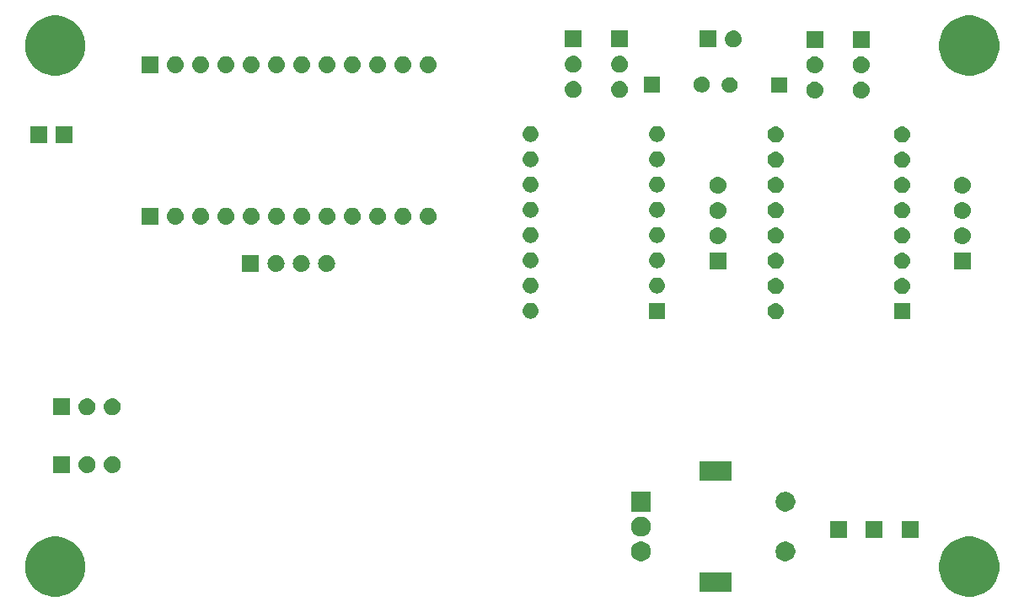
<source format=gbr>
G04 #@! TF.GenerationSoftware,KiCad,Pcbnew,(5.1.2-1)-1*
G04 #@! TF.CreationDate,2020-04-13T15:16:54-04:00*
G04 #@! TF.ProjectId,GR_Stepper_IO,47525f53-7465-4707-9065-725f494f2e6b,rev?*
G04 #@! TF.SameCoordinates,Original*
G04 #@! TF.FileFunction,Soldermask,Bot*
G04 #@! TF.FilePolarity,Negative*
%FSLAX46Y46*%
G04 Gerber Fmt 4.6, Leading zero omitted, Abs format (unit mm)*
G04 Created by KiCad (PCBNEW (5.1.2-1)-1) date 2020-04-13 15:16:54*
%MOMM*%
%LPD*%
G04 APERTURE LIST*
%ADD10C,0.152400*%
G04 APERTURE END LIST*
D10*
G36*
X184485172Y-98338028D02*
G01*
X184776902Y-98396057D01*
X185326507Y-98623711D01*
X185821139Y-98954213D01*
X186241787Y-99374861D01*
X186572289Y-99869493D01*
X186799943Y-100419098D01*
X186916000Y-101002557D01*
X186916000Y-101597443D01*
X186799943Y-102180902D01*
X186572289Y-102730507D01*
X186241787Y-103225139D01*
X185821139Y-103645787D01*
X185326507Y-103976289D01*
X184776902Y-104203943D01*
X184485172Y-104261972D01*
X184193444Y-104320000D01*
X183598556Y-104320000D01*
X183306828Y-104261972D01*
X183015098Y-104203943D01*
X182465493Y-103976289D01*
X181970861Y-103645787D01*
X181550213Y-103225139D01*
X181219711Y-102730507D01*
X180992057Y-102180902D01*
X180876000Y-101597443D01*
X180876000Y-101002557D01*
X180992057Y-100419098D01*
X181219711Y-99869493D01*
X181550213Y-99374861D01*
X181970861Y-98954213D01*
X182465493Y-98623711D01*
X183015098Y-98396057D01*
X183306828Y-98338028D01*
X183598556Y-98280000D01*
X184193444Y-98280000D01*
X184485172Y-98338028D01*
X184485172Y-98338028D01*
G37*
G36*
X92664172Y-98338028D02*
G01*
X92955902Y-98396057D01*
X93505507Y-98623711D01*
X94000139Y-98954213D01*
X94420787Y-99374861D01*
X94751289Y-99869493D01*
X94978943Y-100419098D01*
X95095000Y-101002557D01*
X95095000Y-101597443D01*
X94978943Y-102180902D01*
X94751289Y-102730507D01*
X94420787Y-103225139D01*
X94000139Y-103645787D01*
X93505507Y-103976289D01*
X92955902Y-104203943D01*
X92664172Y-104261972D01*
X92372444Y-104320000D01*
X91777556Y-104320000D01*
X91485828Y-104261972D01*
X91194098Y-104203943D01*
X90644493Y-103976289D01*
X90149861Y-103645787D01*
X89729213Y-103225139D01*
X89398711Y-102730507D01*
X89171057Y-102180902D01*
X89055000Y-101597443D01*
X89055000Y-101002557D01*
X89171057Y-100419098D01*
X89398711Y-99869493D01*
X89729213Y-99374861D01*
X90149861Y-98954213D01*
X90644493Y-98623711D01*
X91194098Y-98396057D01*
X91485828Y-98338028D01*
X91777556Y-98280000D01*
X92372444Y-98280000D01*
X92664172Y-98338028D01*
X92664172Y-98338028D01*
G37*
G36*
X160026800Y-103867400D02*
G01*
X156826800Y-103867400D01*
X156826800Y-101867400D01*
X160026800Y-101867400D01*
X160026800Y-103867400D01*
X160026800Y-103867400D01*
G37*
G36*
X165718489Y-98805829D02*
G01*
X165900478Y-98881211D01*
X166064263Y-98990649D01*
X166203551Y-99129937D01*
X166312989Y-99293722D01*
X166388371Y-99475711D01*
X166426800Y-99668909D01*
X166426800Y-99865891D01*
X166388371Y-100059089D01*
X166312989Y-100241078D01*
X166203551Y-100404863D01*
X166064263Y-100544151D01*
X165900478Y-100653589D01*
X165718489Y-100728971D01*
X165525291Y-100767400D01*
X165328309Y-100767400D01*
X165135111Y-100728971D01*
X164953122Y-100653589D01*
X164789337Y-100544151D01*
X164650049Y-100404863D01*
X164540611Y-100241078D01*
X164465229Y-100059089D01*
X164426800Y-99865891D01*
X164426800Y-99668909D01*
X164465229Y-99475711D01*
X164540611Y-99293722D01*
X164650049Y-99129937D01*
X164789337Y-98990649D01*
X164953122Y-98881211D01*
X165135111Y-98805829D01*
X165328309Y-98767400D01*
X165525291Y-98767400D01*
X165718489Y-98805829D01*
X165718489Y-98805829D01*
G37*
G36*
X151218489Y-98805829D02*
G01*
X151400478Y-98881211D01*
X151564263Y-98990649D01*
X151703551Y-99129937D01*
X151812989Y-99293722D01*
X151888371Y-99475711D01*
X151926800Y-99668909D01*
X151926800Y-99865891D01*
X151888371Y-100059089D01*
X151812989Y-100241078D01*
X151703551Y-100404863D01*
X151564263Y-100544151D01*
X151400478Y-100653589D01*
X151218489Y-100728971D01*
X151025291Y-100767400D01*
X150828309Y-100767400D01*
X150635111Y-100728971D01*
X150453122Y-100653589D01*
X150289337Y-100544151D01*
X150150049Y-100404863D01*
X150040611Y-100241078D01*
X149965229Y-100059089D01*
X149926800Y-99865891D01*
X149926800Y-99668909D01*
X149965229Y-99475711D01*
X150040611Y-99293722D01*
X150150049Y-99129937D01*
X150289337Y-98990649D01*
X150453122Y-98881211D01*
X150635111Y-98805829D01*
X150828309Y-98767400D01*
X151025291Y-98767400D01*
X151218489Y-98805829D01*
X151218489Y-98805829D01*
G37*
G36*
X178827800Y-98411400D02*
G01*
X177127800Y-98411400D01*
X177127800Y-96711400D01*
X178827800Y-96711400D01*
X178827800Y-98411400D01*
X178827800Y-98411400D01*
G37*
G36*
X175170200Y-98411400D02*
G01*
X173470200Y-98411400D01*
X173470200Y-96711400D01*
X175170200Y-96711400D01*
X175170200Y-98411400D01*
X175170200Y-98411400D01*
G37*
G36*
X171639600Y-98386000D02*
G01*
X169939600Y-98386000D01*
X169939600Y-96686000D01*
X171639600Y-96686000D01*
X171639600Y-98386000D01*
X171639600Y-98386000D01*
G37*
G36*
X151218489Y-96305829D02*
G01*
X151400478Y-96381211D01*
X151564263Y-96490649D01*
X151703551Y-96629937D01*
X151812989Y-96793722D01*
X151888371Y-96975711D01*
X151926800Y-97168909D01*
X151926800Y-97365891D01*
X151888371Y-97559089D01*
X151812989Y-97741078D01*
X151703551Y-97904863D01*
X151564263Y-98044151D01*
X151400478Y-98153589D01*
X151218489Y-98228971D01*
X151025291Y-98267400D01*
X150828309Y-98267400D01*
X150635111Y-98228971D01*
X150453122Y-98153589D01*
X150289337Y-98044151D01*
X150150049Y-97904863D01*
X150040611Y-97741078D01*
X149965229Y-97559089D01*
X149926800Y-97365891D01*
X149926800Y-97168909D01*
X149965229Y-96975711D01*
X150040611Y-96793722D01*
X150150049Y-96629937D01*
X150289337Y-96490649D01*
X150453122Y-96381211D01*
X150635111Y-96305829D01*
X150828309Y-96267400D01*
X151025291Y-96267400D01*
X151218489Y-96305829D01*
X151218489Y-96305829D01*
G37*
G36*
X151926800Y-95767400D02*
G01*
X149926800Y-95767400D01*
X149926800Y-93767400D01*
X151926800Y-93767400D01*
X151926800Y-95767400D01*
X151926800Y-95767400D01*
G37*
G36*
X165718489Y-93805829D02*
G01*
X165900478Y-93881211D01*
X166064263Y-93990649D01*
X166203551Y-94129937D01*
X166312989Y-94293722D01*
X166388371Y-94475711D01*
X166426800Y-94668909D01*
X166426800Y-94865891D01*
X166388371Y-95059089D01*
X166312989Y-95241078D01*
X166203551Y-95404863D01*
X166064263Y-95544151D01*
X165900478Y-95653589D01*
X165718489Y-95728971D01*
X165525291Y-95767400D01*
X165328309Y-95767400D01*
X165135111Y-95728971D01*
X164953122Y-95653589D01*
X164789337Y-95544151D01*
X164650049Y-95404863D01*
X164540611Y-95241078D01*
X164465229Y-95059089D01*
X164426800Y-94865891D01*
X164426800Y-94668909D01*
X164465229Y-94475711D01*
X164540611Y-94293722D01*
X164650049Y-94129937D01*
X164789337Y-93990649D01*
X164953122Y-93881211D01*
X165135111Y-93805829D01*
X165328309Y-93767400D01*
X165525291Y-93767400D01*
X165718489Y-93805829D01*
X165718489Y-93805829D01*
G37*
G36*
X160026800Y-92667400D02*
G01*
X156826800Y-92667400D01*
X156826800Y-90667400D01*
X160026800Y-90667400D01*
X160026800Y-92667400D01*
X160026800Y-92667400D01*
G37*
G36*
X97982033Y-90195900D02*
G01*
X98110210Y-90234782D01*
X98142255Y-90244503D01*
X98181718Y-90265597D01*
X98289918Y-90323430D01*
X98419348Y-90429652D01*
X98525570Y-90559082D01*
X98583403Y-90667282D01*
X98604497Y-90706745D01*
X98604497Y-90706746D01*
X98653100Y-90866967D01*
X98669512Y-91033600D01*
X98653100Y-91200233D01*
X98614218Y-91328410D01*
X98604497Y-91360455D01*
X98583403Y-91399918D01*
X98525570Y-91508118D01*
X98419348Y-91637548D01*
X98289918Y-91743770D01*
X98181718Y-91801603D01*
X98142255Y-91822697D01*
X98110210Y-91832418D01*
X97982033Y-91871300D01*
X97857153Y-91883600D01*
X97773647Y-91883600D01*
X97648767Y-91871300D01*
X97520590Y-91832418D01*
X97488545Y-91822697D01*
X97449082Y-91801603D01*
X97340882Y-91743770D01*
X97211452Y-91637548D01*
X97105230Y-91508118D01*
X97047397Y-91399919D01*
X97026303Y-91360455D01*
X97016582Y-91328410D01*
X96977700Y-91200233D01*
X96961288Y-91033600D01*
X96977700Y-90866967D01*
X97026303Y-90706746D01*
X97026303Y-90706745D01*
X97047397Y-90667281D01*
X97105230Y-90559082D01*
X97211452Y-90429652D01*
X97340882Y-90323430D01*
X97449082Y-90265597D01*
X97488545Y-90244503D01*
X97520590Y-90234782D01*
X97648767Y-90195900D01*
X97773647Y-90183600D01*
X97857153Y-90183600D01*
X97982033Y-90195900D01*
X97982033Y-90195900D01*
G37*
G36*
X95442033Y-90195900D02*
G01*
X95570210Y-90234782D01*
X95602255Y-90244503D01*
X95641718Y-90265597D01*
X95749918Y-90323430D01*
X95879348Y-90429652D01*
X95985570Y-90559082D01*
X96043403Y-90667282D01*
X96064497Y-90706745D01*
X96064497Y-90706746D01*
X96113100Y-90866967D01*
X96129512Y-91033600D01*
X96113100Y-91200233D01*
X96074218Y-91328410D01*
X96064497Y-91360455D01*
X96043403Y-91399918D01*
X95985570Y-91508118D01*
X95879348Y-91637548D01*
X95749918Y-91743770D01*
X95641718Y-91801603D01*
X95602255Y-91822697D01*
X95570210Y-91832418D01*
X95442033Y-91871300D01*
X95317153Y-91883600D01*
X95233647Y-91883600D01*
X95108767Y-91871300D01*
X94980590Y-91832418D01*
X94948545Y-91822697D01*
X94909082Y-91801603D01*
X94800882Y-91743770D01*
X94671452Y-91637548D01*
X94565230Y-91508118D01*
X94507397Y-91399919D01*
X94486303Y-91360455D01*
X94476582Y-91328410D01*
X94437700Y-91200233D01*
X94421288Y-91033600D01*
X94437700Y-90866967D01*
X94486303Y-90706746D01*
X94486303Y-90706745D01*
X94507397Y-90667281D01*
X94565230Y-90559082D01*
X94671452Y-90429652D01*
X94800882Y-90323430D01*
X94909082Y-90265597D01*
X94948545Y-90244503D01*
X94980590Y-90234782D01*
X95108767Y-90195900D01*
X95233647Y-90183600D01*
X95317153Y-90183600D01*
X95442033Y-90195900D01*
X95442033Y-90195900D01*
G37*
G36*
X93585400Y-91883600D02*
G01*
X91885400Y-91883600D01*
X91885400Y-90183600D01*
X93585400Y-90183600D01*
X93585400Y-91883600D01*
X93585400Y-91883600D01*
G37*
G36*
X97982033Y-84379300D02*
G01*
X98110210Y-84418182D01*
X98142255Y-84427903D01*
X98181718Y-84448997D01*
X98289918Y-84506830D01*
X98419348Y-84613052D01*
X98525570Y-84742482D01*
X98583403Y-84850681D01*
X98604497Y-84890145D01*
X98604497Y-84890146D01*
X98653100Y-85050367D01*
X98669512Y-85217000D01*
X98653100Y-85383633D01*
X98614218Y-85511810D01*
X98604497Y-85543855D01*
X98583403Y-85583318D01*
X98525570Y-85691518D01*
X98419348Y-85820948D01*
X98289918Y-85927170D01*
X98181718Y-85985003D01*
X98142255Y-86006097D01*
X98110210Y-86015818D01*
X97982033Y-86054700D01*
X97857153Y-86067000D01*
X97773647Y-86067000D01*
X97648767Y-86054700D01*
X97520590Y-86015818D01*
X97488545Y-86006097D01*
X97449082Y-85985003D01*
X97340882Y-85927170D01*
X97211452Y-85820948D01*
X97105230Y-85691518D01*
X97047397Y-85583318D01*
X97026303Y-85543855D01*
X97016582Y-85511810D01*
X96977700Y-85383633D01*
X96961288Y-85217000D01*
X96977700Y-85050367D01*
X97026303Y-84890146D01*
X97026303Y-84890145D01*
X97047397Y-84850682D01*
X97105230Y-84742482D01*
X97211452Y-84613052D01*
X97340882Y-84506830D01*
X97449082Y-84448997D01*
X97488545Y-84427903D01*
X97520590Y-84418182D01*
X97648767Y-84379300D01*
X97773647Y-84367000D01*
X97857153Y-84367000D01*
X97982033Y-84379300D01*
X97982033Y-84379300D01*
G37*
G36*
X95442033Y-84379300D02*
G01*
X95570210Y-84418182D01*
X95602255Y-84427903D01*
X95641718Y-84448997D01*
X95749918Y-84506830D01*
X95879348Y-84613052D01*
X95985570Y-84742482D01*
X96043403Y-84850681D01*
X96064497Y-84890145D01*
X96064497Y-84890146D01*
X96113100Y-85050367D01*
X96129512Y-85217000D01*
X96113100Y-85383633D01*
X96074218Y-85511810D01*
X96064497Y-85543855D01*
X96043403Y-85583318D01*
X95985570Y-85691518D01*
X95879348Y-85820948D01*
X95749918Y-85927170D01*
X95641718Y-85985003D01*
X95602255Y-86006097D01*
X95570210Y-86015818D01*
X95442033Y-86054700D01*
X95317153Y-86067000D01*
X95233647Y-86067000D01*
X95108767Y-86054700D01*
X94980590Y-86015818D01*
X94948545Y-86006097D01*
X94909082Y-85985003D01*
X94800882Y-85927170D01*
X94671452Y-85820948D01*
X94565230Y-85691518D01*
X94507397Y-85583318D01*
X94486303Y-85543855D01*
X94476582Y-85511810D01*
X94437700Y-85383633D01*
X94421288Y-85217000D01*
X94437700Y-85050367D01*
X94486303Y-84890146D01*
X94486303Y-84890145D01*
X94507397Y-84850682D01*
X94565230Y-84742482D01*
X94671452Y-84613052D01*
X94800882Y-84506830D01*
X94909082Y-84448997D01*
X94948545Y-84427903D01*
X94980590Y-84418182D01*
X95108767Y-84379300D01*
X95233647Y-84367000D01*
X95317153Y-84367000D01*
X95442033Y-84379300D01*
X95442033Y-84379300D01*
G37*
G36*
X93585400Y-86067000D02*
G01*
X91885400Y-86067000D01*
X91885400Y-84367000D01*
X93585400Y-84367000D01*
X93585400Y-86067000D01*
X93585400Y-86067000D01*
G37*
G36*
X177939600Y-76415800D02*
G01*
X176339600Y-76415800D01*
X176339600Y-74815800D01*
X177939600Y-74815800D01*
X177939600Y-76415800D01*
X177939600Y-76415800D01*
G37*
G36*
X164497996Y-74817681D02*
G01*
X164596427Y-74827376D01*
X164596429Y-74827377D01*
X164596432Y-74827377D01*
X164747226Y-74873119D01*
X164886205Y-74947405D01*
X165008022Y-75047378D01*
X165107995Y-75169195D01*
X165182281Y-75308174D01*
X165228023Y-75458968D01*
X165228023Y-75458971D01*
X165228024Y-75458973D01*
X165243470Y-75615800D01*
X165228024Y-75772627D01*
X165228023Y-75772629D01*
X165228023Y-75772632D01*
X165182281Y-75923426D01*
X165107995Y-76062405D01*
X165008022Y-76184222D01*
X164886205Y-76284195D01*
X164747226Y-76358481D01*
X164596432Y-76404223D01*
X164596429Y-76404223D01*
X164596427Y-76404224D01*
X164497996Y-76413919D01*
X164478894Y-76415800D01*
X164400306Y-76415800D01*
X164381204Y-76413919D01*
X164282773Y-76404224D01*
X164282771Y-76404223D01*
X164282768Y-76404223D01*
X164131974Y-76358481D01*
X163992995Y-76284195D01*
X163871178Y-76184222D01*
X163771205Y-76062405D01*
X163696919Y-75923426D01*
X163651177Y-75772632D01*
X163651177Y-75772629D01*
X163651176Y-75772627D01*
X163635730Y-75615800D01*
X163651176Y-75458973D01*
X163651177Y-75458971D01*
X163651177Y-75458968D01*
X163696919Y-75308174D01*
X163771205Y-75169195D01*
X163871178Y-75047378D01*
X163992995Y-74947405D01*
X164131974Y-74873119D01*
X164282768Y-74827377D01*
X164282771Y-74827377D01*
X164282773Y-74827376D01*
X164381204Y-74817681D01*
X164400306Y-74815800D01*
X164478894Y-74815800D01*
X164497996Y-74817681D01*
X164497996Y-74817681D01*
G37*
G36*
X139885396Y-74766881D02*
G01*
X139983827Y-74776576D01*
X139983829Y-74776577D01*
X139983832Y-74776577D01*
X140134626Y-74822319D01*
X140273605Y-74896605D01*
X140395422Y-74996578D01*
X140495395Y-75118395D01*
X140569681Y-75257374D01*
X140615423Y-75408168D01*
X140615423Y-75408171D01*
X140615424Y-75408173D01*
X140630870Y-75565000D01*
X140615424Y-75721827D01*
X140615423Y-75721829D01*
X140615423Y-75721832D01*
X140569681Y-75872626D01*
X140495395Y-76011605D01*
X140395422Y-76133422D01*
X140273605Y-76233395D01*
X140134626Y-76307681D01*
X139983832Y-76353423D01*
X139983829Y-76353423D01*
X139983827Y-76353424D01*
X139885396Y-76363119D01*
X139866294Y-76365000D01*
X139787706Y-76365000D01*
X139768604Y-76363119D01*
X139670173Y-76353424D01*
X139670171Y-76353423D01*
X139670168Y-76353423D01*
X139519374Y-76307681D01*
X139380395Y-76233395D01*
X139258578Y-76133422D01*
X139158605Y-76011605D01*
X139084319Y-75872626D01*
X139038577Y-75721832D01*
X139038577Y-75721829D01*
X139038576Y-75721827D01*
X139023130Y-75565000D01*
X139038576Y-75408173D01*
X139038577Y-75408171D01*
X139038577Y-75408168D01*
X139084319Y-75257374D01*
X139158605Y-75118395D01*
X139258578Y-74996578D01*
X139380395Y-74896605D01*
X139519374Y-74822319D01*
X139670168Y-74776577D01*
X139670171Y-74776577D01*
X139670173Y-74776576D01*
X139768604Y-74766881D01*
X139787706Y-74765000D01*
X139866294Y-74765000D01*
X139885396Y-74766881D01*
X139885396Y-74766881D01*
G37*
G36*
X153327000Y-76365000D02*
G01*
X151727000Y-76365000D01*
X151727000Y-74765000D01*
X153327000Y-74765000D01*
X153327000Y-76365000D01*
X153327000Y-76365000D01*
G37*
G36*
X164497996Y-72277681D02*
G01*
X164596427Y-72287376D01*
X164596429Y-72287377D01*
X164596432Y-72287377D01*
X164747226Y-72333119D01*
X164886205Y-72407405D01*
X165008022Y-72507378D01*
X165107995Y-72629195D01*
X165182281Y-72768174D01*
X165228023Y-72918968D01*
X165228023Y-72918971D01*
X165228024Y-72918973D01*
X165243470Y-73075800D01*
X165228024Y-73232627D01*
X165228023Y-73232629D01*
X165228023Y-73232632D01*
X165182281Y-73383426D01*
X165107995Y-73522405D01*
X165008022Y-73644222D01*
X164886205Y-73744195D01*
X164747226Y-73818481D01*
X164596432Y-73864223D01*
X164596429Y-73864223D01*
X164596427Y-73864224D01*
X164497996Y-73873919D01*
X164478894Y-73875800D01*
X164400306Y-73875800D01*
X164381204Y-73873919D01*
X164282773Y-73864224D01*
X164282771Y-73864223D01*
X164282768Y-73864223D01*
X164131974Y-73818481D01*
X163992995Y-73744195D01*
X163871178Y-73644222D01*
X163771205Y-73522405D01*
X163696919Y-73383426D01*
X163651177Y-73232632D01*
X163651177Y-73232629D01*
X163651176Y-73232627D01*
X163635730Y-73075800D01*
X163651176Y-72918973D01*
X163651177Y-72918971D01*
X163651177Y-72918968D01*
X163696919Y-72768174D01*
X163771205Y-72629195D01*
X163871178Y-72507378D01*
X163992995Y-72407405D01*
X164131974Y-72333119D01*
X164282768Y-72287377D01*
X164282771Y-72287377D01*
X164282773Y-72287376D01*
X164381204Y-72277681D01*
X164400306Y-72275800D01*
X164478894Y-72275800D01*
X164497996Y-72277681D01*
X164497996Y-72277681D01*
G37*
G36*
X177197996Y-72277681D02*
G01*
X177296427Y-72287376D01*
X177296429Y-72287377D01*
X177296432Y-72287377D01*
X177447226Y-72333119D01*
X177586205Y-72407405D01*
X177708022Y-72507378D01*
X177807995Y-72629195D01*
X177882281Y-72768174D01*
X177928023Y-72918968D01*
X177928023Y-72918971D01*
X177928024Y-72918973D01*
X177943470Y-73075800D01*
X177928024Y-73232627D01*
X177928023Y-73232629D01*
X177928023Y-73232632D01*
X177882281Y-73383426D01*
X177807995Y-73522405D01*
X177708022Y-73644222D01*
X177586205Y-73744195D01*
X177447226Y-73818481D01*
X177296432Y-73864223D01*
X177296429Y-73864223D01*
X177296427Y-73864224D01*
X177197996Y-73873919D01*
X177178894Y-73875800D01*
X177100306Y-73875800D01*
X177081204Y-73873919D01*
X176982773Y-73864224D01*
X176982771Y-73864223D01*
X176982768Y-73864223D01*
X176831974Y-73818481D01*
X176692995Y-73744195D01*
X176571178Y-73644222D01*
X176471205Y-73522405D01*
X176396919Y-73383426D01*
X176351177Y-73232632D01*
X176351177Y-73232629D01*
X176351176Y-73232627D01*
X176335730Y-73075800D01*
X176351176Y-72918973D01*
X176351177Y-72918971D01*
X176351177Y-72918968D01*
X176396919Y-72768174D01*
X176471205Y-72629195D01*
X176571178Y-72507378D01*
X176692995Y-72407405D01*
X176831974Y-72333119D01*
X176982768Y-72287377D01*
X176982771Y-72287377D01*
X176982773Y-72287376D01*
X177081204Y-72277681D01*
X177100306Y-72275800D01*
X177178894Y-72275800D01*
X177197996Y-72277681D01*
X177197996Y-72277681D01*
G37*
G36*
X152585396Y-72226881D02*
G01*
X152683827Y-72236576D01*
X152683829Y-72236577D01*
X152683832Y-72236577D01*
X152834626Y-72282319D01*
X152973605Y-72356605D01*
X153095422Y-72456578D01*
X153195395Y-72578395D01*
X153269681Y-72717374D01*
X153315423Y-72868168D01*
X153315423Y-72868171D01*
X153315424Y-72868173D01*
X153330870Y-73025000D01*
X153315424Y-73181827D01*
X153315423Y-73181829D01*
X153315423Y-73181832D01*
X153269681Y-73332626D01*
X153195395Y-73471605D01*
X153095422Y-73593422D01*
X152973605Y-73693395D01*
X152834626Y-73767681D01*
X152683832Y-73813423D01*
X152683829Y-73813423D01*
X152683827Y-73813424D01*
X152585396Y-73823119D01*
X152566294Y-73825000D01*
X152487706Y-73825000D01*
X152468604Y-73823119D01*
X152370173Y-73813424D01*
X152370171Y-73813423D01*
X152370168Y-73813423D01*
X152219374Y-73767681D01*
X152080395Y-73693395D01*
X151958578Y-73593422D01*
X151858605Y-73471605D01*
X151784319Y-73332626D01*
X151738577Y-73181832D01*
X151738577Y-73181829D01*
X151738576Y-73181827D01*
X151723130Y-73025000D01*
X151738576Y-72868173D01*
X151738577Y-72868171D01*
X151738577Y-72868168D01*
X151784319Y-72717374D01*
X151858605Y-72578395D01*
X151958578Y-72456578D01*
X152080395Y-72356605D01*
X152219374Y-72282319D01*
X152370168Y-72236577D01*
X152370171Y-72236577D01*
X152370173Y-72236576D01*
X152468604Y-72226881D01*
X152487706Y-72225000D01*
X152566294Y-72225000D01*
X152585396Y-72226881D01*
X152585396Y-72226881D01*
G37*
G36*
X139885396Y-72226881D02*
G01*
X139983827Y-72236576D01*
X139983829Y-72236577D01*
X139983832Y-72236577D01*
X140134626Y-72282319D01*
X140273605Y-72356605D01*
X140395422Y-72456578D01*
X140495395Y-72578395D01*
X140569681Y-72717374D01*
X140615423Y-72868168D01*
X140615423Y-72868171D01*
X140615424Y-72868173D01*
X140630870Y-73025000D01*
X140615424Y-73181827D01*
X140615423Y-73181829D01*
X140615423Y-73181832D01*
X140569681Y-73332626D01*
X140495395Y-73471605D01*
X140395422Y-73593422D01*
X140273605Y-73693395D01*
X140134626Y-73767681D01*
X139983832Y-73813423D01*
X139983829Y-73813423D01*
X139983827Y-73813424D01*
X139885396Y-73823119D01*
X139866294Y-73825000D01*
X139787706Y-73825000D01*
X139768604Y-73823119D01*
X139670173Y-73813424D01*
X139670171Y-73813423D01*
X139670168Y-73813423D01*
X139519374Y-73767681D01*
X139380395Y-73693395D01*
X139258578Y-73593422D01*
X139158605Y-73471605D01*
X139084319Y-73332626D01*
X139038577Y-73181832D01*
X139038577Y-73181829D01*
X139038576Y-73181827D01*
X139023130Y-73025000D01*
X139038576Y-72868173D01*
X139038577Y-72868171D01*
X139038577Y-72868168D01*
X139084319Y-72717374D01*
X139158605Y-72578395D01*
X139258578Y-72456578D01*
X139380395Y-72356605D01*
X139519374Y-72282319D01*
X139670168Y-72236577D01*
X139670171Y-72236577D01*
X139670173Y-72236576D01*
X139768604Y-72226881D01*
X139787706Y-72225000D01*
X139866294Y-72225000D01*
X139885396Y-72226881D01*
X139885396Y-72226881D01*
G37*
G36*
X112559200Y-71639800D02*
G01*
X110859200Y-71639800D01*
X110859200Y-69939800D01*
X112559200Y-69939800D01*
X112559200Y-71639800D01*
X112559200Y-71639800D01*
G37*
G36*
X114415833Y-69952100D02*
G01*
X114544010Y-69990982D01*
X114576055Y-70000703D01*
X114615518Y-70021797D01*
X114723718Y-70079630D01*
X114853148Y-70185852D01*
X114959370Y-70315282D01*
X115017203Y-70423482D01*
X115038297Y-70462945D01*
X115038297Y-70462946D01*
X115086900Y-70623167D01*
X115103312Y-70789800D01*
X115086900Y-70956433D01*
X115057478Y-71053422D01*
X115038297Y-71116655D01*
X115018660Y-71153393D01*
X114959370Y-71264318D01*
X114853148Y-71393748D01*
X114723718Y-71499970D01*
X114615519Y-71557803D01*
X114576055Y-71578897D01*
X114544010Y-71588618D01*
X114415833Y-71627500D01*
X114290953Y-71639800D01*
X114207447Y-71639800D01*
X114082567Y-71627500D01*
X113954390Y-71588618D01*
X113922345Y-71578897D01*
X113882882Y-71557803D01*
X113774682Y-71499970D01*
X113645252Y-71393748D01*
X113539030Y-71264318D01*
X113479740Y-71153393D01*
X113460103Y-71116655D01*
X113440922Y-71053422D01*
X113411500Y-70956433D01*
X113395088Y-70789800D01*
X113411500Y-70623167D01*
X113460103Y-70462946D01*
X113460103Y-70462945D01*
X113481197Y-70423481D01*
X113539030Y-70315282D01*
X113645252Y-70185852D01*
X113774682Y-70079630D01*
X113882882Y-70021797D01*
X113922345Y-70000703D01*
X113954390Y-69990982D01*
X114082567Y-69952100D01*
X114207447Y-69939800D01*
X114290953Y-69939800D01*
X114415833Y-69952100D01*
X114415833Y-69952100D01*
G37*
G36*
X116955833Y-69952100D02*
G01*
X117084010Y-69990982D01*
X117116055Y-70000703D01*
X117155518Y-70021797D01*
X117263718Y-70079630D01*
X117393148Y-70185852D01*
X117499370Y-70315282D01*
X117557203Y-70423482D01*
X117578297Y-70462945D01*
X117578297Y-70462946D01*
X117626900Y-70623167D01*
X117643312Y-70789800D01*
X117626900Y-70956433D01*
X117597478Y-71053422D01*
X117578297Y-71116655D01*
X117558660Y-71153393D01*
X117499370Y-71264318D01*
X117393148Y-71393748D01*
X117263718Y-71499970D01*
X117155519Y-71557803D01*
X117116055Y-71578897D01*
X117084010Y-71588618D01*
X116955833Y-71627500D01*
X116830953Y-71639800D01*
X116747447Y-71639800D01*
X116622567Y-71627500D01*
X116494390Y-71588618D01*
X116462345Y-71578897D01*
X116422882Y-71557803D01*
X116314682Y-71499970D01*
X116185252Y-71393748D01*
X116079030Y-71264318D01*
X116019740Y-71153393D01*
X116000103Y-71116655D01*
X115980922Y-71053422D01*
X115951500Y-70956433D01*
X115935088Y-70789800D01*
X115951500Y-70623167D01*
X116000103Y-70462946D01*
X116000103Y-70462945D01*
X116021197Y-70423481D01*
X116079030Y-70315282D01*
X116185252Y-70185852D01*
X116314682Y-70079630D01*
X116422882Y-70021797D01*
X116462345Y-70000703D01*
X116494390Y-69990982D01*
X116622567Y-69952100D01*
X116747447Y-69939800D01*
X116830953Y-69939800D01*
X116955833Y-69952100D01*
X116955833Y-69952100D01*
G37*
G36*
X119495833Y-69952100D02*
G01*
X119624010Y-69990982D01*
X119656055Y-70000703D01*
X119695518Y-70021797D01*
X119803718Y-70079630D01*
X119933148Y-70185852D01*
X120039370Y-70315282D01*
X120097203Y-70423482D01*
X120118297Y-70462945D01*
X120118297Y-70462946D01*
X120166900Y-70623167D01*
X120183312Y-70789800D01*
X120166900Y-70956433D01*
X120137478Y-71053422D01*
X120118297Y-71116655D01*
X120098660Y-71153393D01*
X120039370Y-71264318D01*
X119933148Y-71393748D01*
X119803718Y-71499970D01*
X119695519Y-71557803D01*
X119656055Y-71578897D01*
X119624010Y-71588618D01*
X119495833Y-71627500D01*
X119370953Y-71639800D01*
X119287447Y-71639800D01*
X119162567Y-71627500D01*
X119034390Y-71588618D01*
X119002345Y-71578897D01*
X118962882Y-71557803D01*
X118854682Y-71499970D01*
X118725252Y-71393748D01*
X118619030Y-71264318D01*
X118559740Y-71153393D01*
X118540103Y-71116655D01*
X118520922Y-71053422D01*
X118491500Y-70956433D01*
X118475088Y-70789800D01*
X118491500Y-70623167D01*
X118540103Y-70462946D01*
X118540103Y-70462945D01*
X118561197Y-70423481D01*
X118619030Y-70315282D01*
X118725252Y-70185852D01*
X118854682Y-70079630D01*
X118962882Y-70021797D01*
X119002345Y-70000703D01*
X119034390Y-69990982D01*
X119162567Y-69952100D01*
X119287447Y-69939800D01*
X119370953Y-69939800D01*
X119495833Y-69952100D01*
X119495833Y-69952100D01*
G37*
G36*
X159498400Y-71411200D02*
G01*
X157798400Y-71411200D01*
X157798400Y-69711200D01*
X159498400Y-69711200D01*
X159498400Y-71411200D01*
X159498400Y-71411200D01*
G37*
G36*
X184034800Y-71411200D02*
G01*
X182334800Y-71411200D01*
X182334800Y-69711200D01*
X184034800Y-69711200D01*
X184034800Y-71411200D01*
X184034800Y-71411200D01*
G37*
G36*
X164497996Y-69737681D02*
G01*
X164596427Y-69747376D01*
X164596429Y-69747377D01*
X164596432Y-69747377D01*
X164747226Y-69793119D01*
X164886205Y-69867405D01*
X165008022Y-69967378D01*
X165107995Y-70089195D01*
X165182281Y-70228174D01*
X165228023Y-70378968D01*
X165228023Y-70378971D01*
X165228024Y-70378973D01*
X165243470Y-70535800D01*
X165228024Y-70692627D01*
X165228023Y-70692629D01*
X165228023Y-70692632D01*
X165182281Y-70843426D01*
X165107995Y-70982405D01*
X165008022Y-71104222D01*
X164886205Y-71204195D01*
X164747226Y-71278481D01*
X164596432Y-71324223D01*
X164596429Y-71324223D01*
X164596427Y-71324224D01*
X164497996Y-71333919D01*
X164478894Y-71335800D01*
X164400306Y-71335800D01*
X164381204Y-71333919D01*
X164282773Y-71324224D01*
X164282771Y-71324223D01*
X164282768Y-71324223D01*
X164131974Y-71278481D01*
X163992995Y-71204195D01*
X163871178Y-71104222D01*
X163771205Y-70982405D01*
X163696919Y-70843426D01*
X163651177Y-70692632D01*
X163651177Y-70692629D01*
X163651176Y-70692627D01*
X163635730Y-70535800D01*
X163651176Y-70378973D01*
X163651177Y-70378971D01*
X163651177Y-70378968D01*
X163696919Y-70228174D01*
X163771205Y-70089195D01*
X163871178Y-69967378D01*
X163992995Y-69867405D01*
X164131974Y-69793119D01*
X164282768Y-69747377D01*
X164282771Y-69747377D01*
X164282773Y-69747376D01*
X164381204Y-69737681D01*
X164400306Y-69735800D01*
X164478894Y-69735800D01*
X164497996Y-69737681D01*
X164497996Y-69737681D01*
G37*
G36*
X177197996Y-69737681D02*
G01*
X177296427Y-69747376D01*
X177296429Y-69747377D01*
X177296432Y-69747377D01*
X177447226Y-69793119D01*
X177586205Y-69867405D01*
X177708022Y-69967378D01*
X177807995Y-70089195D01*
X177882281Y-70228174D01*
X177928023Y-70378968D01*
X177928023Y-70378971D01*
X177928024Y-70378973D01*
X177943470Y-70535800D01*
X177928024Y-70692627D01*
X177928023Y-70692629D01*
X177928023Y-70692632D01*
X177882281Y-70843426D01*
X177807995Y-70982405D01*
X177708022Y-71104222D01*
X177586205Y-71204195D01*
X177447226Y-71278481D01*
X177296432Y-71324223D01*
X177296429Y-71324223D01*
X177296427Y-71324224D01*
X177197996Y-71333919D01*
X177178894Y-71335800D01*
X177100306Y-71335800D01*
X177081204Y-71333919D01*
X176982773Y-71324224D01*
X176982771Y-71324223D01*
X176982768Y-71324223D01*
X176831974Y-71278481D01*
X176692995Y-71204195D01*
X176571178Y-71104222D01*
X176471205Y-70982405D01*
X176396919Y-70843426D01*
X176351177Y-70692632D01*
X176351177Y-70692629D01*
X176351176Y-70692627D01*
X176335730Y-70535800D01*
X176351176Y-70378973D01*
X176351177Y-70378971D01*
X176351177Y-70378968D01*
X176396919Y-70228174D01*
X176471205Y-70089195D01*
X176571178Y-69967378D01*
X176692995Y-69867405D01*
X176831974Y-69793119D01*
X176982768Y-69747377D01*
X176982771Y-69747377D01*
X176982773Y-69747376D01*
X177081204Y-69737681D01*
X177100306Y-69735800D01*
X177178894Y-69735800D01*
X177197996Y-69737681D01*
X177197996Y-69737681D01*
G37*
G36*
X139885396Y-69686881D02*
G01*
X139983827Y-69696576D01*
X139983829Y-69696577D01*
X139983832Y-69696577D01*
X140134626Y-69742319D01*
X140273605Y-69816605D01*
X140395422Y-69916578D01*
X140495395Y-70038395D01*
X140569681Y-70177374D01*
X140615423Y-70328168D01*
X140615423Y-70328171D01*
X140615424Y-70328173D01*
X140630870Y-70485000D01*
X140615424Y-70641827D01*
X140615423Y-70641829D01*
X140615423Y-70641832D01*
X140569681Y-70792626D01*
X140495395Y-70931605D01*
X140395422Y-71053422D01*
X140273605Y-71153395D01*
X140134626Y-71227681D01*
X139983832Y-71273423D01*
X139983829Y-71273423D01*
X139983827Y-71273424D01*
X139885396Y-71283119D01*
X139866294Y-71285000D01*
X139787706Y-71285000D01*
X139768604Y-71283119D01*
X139670173Y-71273424D01*
X139670171Y-71273423D01*
X139670168Y-71273423D01*
X139519374Y-71227681D01*
X139380395Y-71153395D01*
X139258578Y-71053422D01*
X139158605Y-70931605D01*
X139084319Y-70792626D01*
X139038577Y-70641832D01*
X139038577Y-70641829D01*
X139038576Y-70641827D01*
X139023130Y-70485000D01*
X139038576Y-70328173D01*
X139038577Y-70328171D01*
X139038577Y-70328168D01*
X139084319Y-70177374D01*
X139158605Y-70038395D01*
X139258578Y-69916578D01*
X139380395Y-69816605D01*
X139519374Y-69742319D01*
X139670168Y-69696577D01*
X139670171Y-69696577D01*
X139670173Y-69696576D01*
X139768604Y-69686881D01*
X139787706Y-69685000D01*
X139866294Y-69685000D01*
X139885396Y-69686881D01*
X139885396Y-69686881D01*
G37*
G36*
X152585396Y-69686881D02*
G01*
X152683827Y-69696576D01*
X152683829Y-69696577D01*
X152683832Y-69696577D01*
X152834626Y-69742319D01*
X152973605Y-69816605D01*
X153095422Y-69916578D01*
X153195395Y-70038395D01*
X153269681Y-70177374D01*
X153315423Y-70328168D01*
X153315423Y-70328171D01*
X153315424Y-70328173D01*
X153330870Y-70485000D01*
X153315424Y-70641827D01*
X153315423Y-70641829D01*
X153315423Y-70641832D01*
X153269681Y-70792626D01*
X153195395Y-70931605D01*
X153095422Y-71053422D01*
X152973605Y-71153395D01*
X152834626Y-71227681D01*
X152683832Y-71273423D01*
X152683829Y-71273423D01*
X152683827Y-71273424D01*
X152585396Y-71283119D01*
X152566294Y-71285000D01*
X152487706Y-71285000D01*
X152468604Y-71283119D01*
X152370173Y-71273424D01*
X152370171Y-71273423D01*
X152370168Y-71273423D01*
X152219374Y-71227681D01*
X152080395Y-71153395D01*
X151958578Y-71053422D01*
X151858605Y-70931605D01*
X151784319Y-70792626D01*
X151738577Y-70641832D01*
X151738577Y-70641829D01*
X151738576Y-70641827D01*
X151723130Y-70485000D01*
X151738576Y-70328173D01*
X151738577Y-70328171D01*
X151738577Y-70328168D01*
X151784319Y-70177374D01*
X151858605Y-70038395D01*
X151958578Y-69916578D01*
X152080395Y-69816605D01*
X152219374Y-69742319D01*
X152370168Y-69696577D01*
X152370171Y-69696577D01*
X152370173Y-69696576D01*
X152468604Y-69686881D01*
X152487706Y-69685000D01*
X152566294Y-69685000D01*
X152585396Y-69686881D01*
X152585396Y-69686881D01*
G37*
G36*
X183351433Y-67183500D02*
G01*
X183479610Y-67222382D01*
X183511655Y-67232103D01*
X183550973Y-67253119D01*
X183659318Y-67311030D01*
X183788748Y-67417252D01*
X183894970Y-67546682D01*
X183943444Y-67637372D01*
X183973897Y-67694345D01*
X183973897Y-67694346D01*
X184022500Y-67854567D01*
X184038912Y-68021200D01*
X184022500Y-68187833D01*
X184002844Y-68252628D01*
X183973897Y-68348055D01*
X183952803Y-68387518D01*
X183894970Y-68495718D01*
X183788748Y-68625148D01*
X183659318Y-68731370D01*
X183560434Y-68784224D01*
X183511655Y-68810297D01*
X183479610Y-68820018D01*
X183351433Y-68858900D01*
X183226553Y-68871200D01*
X183143047Y-68871200D01*
X183018167Y-68858900D01*
X182889990Y-68820018D01*
X182857945Y-68810297D01*
X182809166Y-68784224D01*
X182710282Y-68731370D01*
X182580852Y-68625148D01*
X182474630Y-68495718D01*
X182416797Y-68387518D01*
X182395703Y-68348055D01*
X182366756Y-68252628D01*
X182347100Y-68187833D01*
X182330688Y-68021200D01*
X182347100Y-67854567D01*
X182395703Y-67694346D01*
X182395703Y-67694345D01*
X182426156Y-67637372D01*
X182474630Y-67546682D01*
X182580852Y-67417252D01*
X182710282Y-67311030D01*
X182818627Y-67253119D01*
X182857945Y-67232103D01*
X182889990Y-67222382D01*
X183018167Y-67183500D01*
X183143047Y-67171200D01*
X183226553Y-67171200D01*
X183351433Y-67183500D01*
X183351433Y-67183500D01*
G37*
G36*
X158815033Y-67183500D02*
G01*
X158943210Y-67222382D01*
X158975255Y-67232103D01*
X159014573Y-67253119D01*
X159122918Y-67311030D01*
X159252348Y-67417252D01*
X159358570Y-67546682D01*
X159407044Y-67637372D01*
X159437497Y-67694345D01*
X159437497Y-67694346D01*
X159486100Y-67854567D01*
X159502512Y-68021200D01*
X159486100Y-68187833D01*
X159466444Y-68252628D01*
X159437497Y-68348055D01*
X159416403Y-68387518D01*
X159358570Y-68495718D01*
X159252348Y-68625148D01*
X159122918Y-68731370D01*
X159024034Y-68784224D01*
X158975255Y-68810297D01*
X158943210Y-68820018D01*
X158815033Y-68858900D01*
X158690153Y-68871200D01*
X158606647Y-68871200D01*
X158481767Y-68858900D01*
X158353590Y-68820018D01*
X158321545Y-68810297D01*
X158272766Y-68784224D01*
X158173882Y-68731370D01*
X158044452Y-68625148D01*
X157938230Y-68495718D01*
X157880397Y-68387518D01*
X157859303Y-68348055D01*
X157830356Y-68252628D01*
X157810700Y-68187833D01*
X157794288Y-68021200D01*
X157810700Y-67854567D01*
X157859303Y-67694346D01*
X157859303Y-67694345D01*
X157889756Y-67637372D01*
X157938230Y-67546682D01*
X158044452Y-67417252D01*
X158173882Y-67311030D01*
X158282227Y-67253119D01*
X158321545Y-67232103D01*
X158353590Y-67222382D01*
X158481767Y-67183500D01*
X158606647Y-67171200D01*
X158690153Y-67171200D01*
X158815033Y-67183500D01*
X158815033Y-67183500D01*
G37*
G36*
X177197996Y-67197681D02*
G01*
X177296427Y-67207376D01*
X177296429Y-67207377D01*
X177296432Y-67207377D01*
X177447226Y-67253119D01*
X177586205Y-67327405D01*
X177708022Y-67427378D01*
X177807995Y-67549195D01*
X177882281Y-67688174D01*
X177928023Y-67838968D01*
X177928023Y-67838971D01*
X177928024Y-67838973D01*
X177943470Y-67995800D01*
X177928024Y-68152627D01*
X177928023Y-68152629D01*
X177928023Y-68152632D01*
X177882281Y-68303426D01*
X177807995Y-68442405D01*
X177708022Y-68564222D01*
X177586205Y-68664195D01*
X177447226Y-68738481D01*
X177296432Y-68784223D01*
X177296429Y-68784223D01*
X177296427Y-68784224D01*
X177197996Y-68793919D01*
X177178894Y-68795800D01*
X177100306Y-68795800D01*
X177081204Y-68793919D01*
X176982773Y-68784224D01*
X176982771Y-68784223D01*
X176982768Y-68784223D01*
X176831974Y-68738481D01*
X176692995Y-68664195D01*
X176571178Y-68564222D01*
X176471205Y-68442405D01*
X176396919Y-68303426D01*
X176351177Y-68152632D01*
X176351177Y-68152629D01*
X176351176Y-68152627D01*
X176335730Y-67995800D01*
X176351176Y-67838973D01*
X176351177Y-67838971D01*
X176351177Y-67838968D01*
X176396919Y-67688174D01*
X176471205Y-67549195D01*
X176571178Y-67427378D01*
X176692995Y-67327405D01*
X176831974Y-67253119D01*
X176982768Y-67207377D01*
X176982771Y-67207377D01*
X176982773Y-67207376D01*
X177081204Y-67197681D01*
X177100306Y-67195800D01*
X177178894Y-67195800D01*
X177197996Y-67197681D01*
X177197996Y-67197681D01*
G37*
G36*
X164497996Y-67197681D02*
G01*
X164596427Y-67207376D01*
X164596429Y-67207377D01*
X164596432Y-67207377D01*
X164747226Y-67253119D01*
X164886205Y-67327405D01*
X165008022Y-67427378D01*
X165107995Y-67549195D01*
X165182281Y-67688174D01*
X165228023Y-67838968D01*
X165228023Y-67838971D01*
X165228024Y-67838973D01*
X165243470Y-67995800D01*
X165228024Y-68152627D01*
X165228023Y-68152629D01*
X165228023Y-68152632D01*
X165182281Y-68303426D01*
X165107995Y-68442405D01*
X165008022Y-68564222D01*
X164886205Y-68664195D01*
X164747226Y-68738481D01*
X164596432Y-68784223D01*
X164596429Y-68784223D01*
X164596427Y-68784224D01*
X164497996Y-68793919D01*
X164478894Y-68795800D01*
X164400306Y-68795800D01*
X164381204Y-68793919D01*
X164282773Y-68784224D01*
X164282771Y-68784223D01*
X164282768Y-68784223D01*
X164131974Y-68738481D01*
X163992995Y-68664195D01*
X163871178Y-68564222D01*
X163771205Y-68442405D01*
X163696919Y-68303426D01*
X163651177Y-68152632D01*
X163651177Y-68152629D01*
X163651176Y-68152627D01*
X163635730Y-67995800D01*
X163651176Y-67838973D01*
X163651177Y-67838971D01*
X163651177Y-67838968D01*
X163696919Y-67688174D01*
X163771205Y-67549195D01*
X163871178Y-67427378D01*
X163992995Y-67327405D01*
X164131974Y-67253119D01*
X164282768Y-67207377D01*
X164282771Y-67207377D01*
X164282773Y-67207376D01*
X164381204Y-67197681D01*
X164400306Y-67195800D01*
X164478894Y-67195800D01*
X164497996Y-67197681D01*
X164497996Y-67197681D01*
G37*
G36*
X139885396Y-67146881D02*
G01*
X139983827Y-67156576D01*
X139983829Y-67156577D01*
X139983832Y-67156577D01*
X140134626Y-67202319D01*
X140273605Y-67276605D01*
X140395422Y-67376578D01*
X140495395Y-67498395D01*
X140569681Y-67637374D01*
X140615423Y-67788168D01*
X140615423Y-67788171D01*
X140615424Y-67788173D01*
X140630870Y-67945000D01*
X140615424Y-68101827D01*
X140615423Y-68101829D01*
X140615423Y-68101832D01*
X140569681Y-68252626D01*
X140495395Y-68391605D01*
X140395422Y-68513422D01*
X140273605Y-68613395D01*
X140134626Y-68687681D01*
X139983832Y-68733423D01*
X139983829Y-68733423D01*
X139983827Y-68733424D01*
X139885396Y-68743119D01*
X139866294Y-68745000D01*
X139787706Y-68745000D01*
X139768604Y-68743119D01*
X139670173Y-68733424D01*
X139670171Y-68733423D01*
X139670168Y-68733423D01*
X139519374Y-68687681D01*
X139380395Y-68613395D01*
X139258578Y-68513422D01*
X139158605Y-68391605D01*
X139084319Y-68252626D01*
X139038577Y-68101832D01*
X139038577Y-68101829D01*
X139038576Y-68101827D01*
X139023130Y-67945000D01*
X139038576Y-67788173D01*
X139038577Y-67788171D01*
X139038577Y-67788168D01*
X139084319Y-67637374D01*
X139158605Y-67498395D01*
X139258578Y-67376578D01*
X139380395Y-67276605D01*
X139519374Y-67202319D01*
X139670168Y-67156577D01*
X139670171Y-67156577D01*
X139670173Y-67156576D01*
X139768604Y-67146881D01*
X139787706Y-67145000D01*
X139866294Y-67145000D01*
X139885396Y-67146881D01*
X139885396Y-67146881D01*
G37*
G36*
X152585396Y-67146881D02*
G01*
X152683827Y-67156576D01*
X152683829Y-67156577D01*
X152683832Y-67156577D01*
X152834626Y-67202319D01*
X152973605Y-67276605D01*
X153095422Y-67376578D01*
X153195395Y-67498395D01*
X153269681Y-67637374D01*
X153315423Y-67788168D01*
X153315423Y-67788171D01*
X153315424Y-67788173D01*
X153330870Y-67945000D01*
X153315424Y-68101827D01*
X153315423Y-68101829D01*
X153315423Y-68101832D01*
X153269681Y-68252626D01*
X153195395Y-68391605D01*
X153095422Y-68513422D01*
X152973605Y-68613395D01*
X152834626Y-68687681D01*
X152683832Y-68733423D01*
X152683829Y-68733423D01*
X152683827Y-68733424D01*
X152585396Y-68743119D01*
X152566294Y-68745000D01*
X152487706Y-68745000D01*
X152468604Y-68743119D01*
X152370173Y-68733424D01*
X152370171Y-68733423D01*
X152370168Y-68733423D01*
X152219374Y-68687681D01*
X152080395Y-68613395D01*
X151958578Y-68513422D01*
X151858605Y-68391605D01*
X151784319Y-68252626D01*
X151738577Y-68101832D01*
X151738577Y-68101829D01*
X151738576Y-68101827D01*
X151723130Y-67945000D01*
X151738576Y-67788173D01*
X151738577Y-67788171D01*
X151738577Y-67788168D01*
X151784319Y-67637374D01*
X151858605Y-67498395D01*
X151958578Y-67376578D01*
X152080395Y-67276605D01*
X152219374Y-67202319D01*
X152370168Y-67156577D01*
X152370171Y-67156577D01*
X152370173Y-67156576D01*
X152468604Y-67146881D01*
X152487706Y-67145000D01*
X152566294Y-67145000D01*
X152585396Y-67146881D01*
X152585396Y-67146881D01*
G37*
G36*
X104306633Y-65202300D02*
G01*
X104434810Y-65241182D01*
X104466855Y-65250903D01*
X104506318Y-65271997D01*
X104614518Y-65329830D01*
X104743948Y-65436052D01*
X104850170Y-65565482D01*
X104894187Y-65647833D01*
X104929097Y-65713145D01*
X104929097Y-65713146D01*
X104977700Y-65873367D01*
X104994112Y-66040000D01*
X104977700Y-66206633D01*
X104943644Y-66318900D01*
X104929097Y-66366855D01*
X104908003Y-66406318D01*
X104850170Y-66514518D01*
X104743948Y-66643948D01*
X104614518Y-66750170D01*
X104506319Y-66808003D01*
X104466855Y-66829097D01*
X104434810Y-66838818D01*
X104306633Y-66877700D01*
X104181753Y-66890000D01*
X104098247Y-66890000D01*
X103973367Y-66877700D01*
X103845190Y-66838818D01*
X103813145Y-66829097D01*
X103773681Y-66808003D01*
X103665482Y-66750170D01*
X103536052Y-66643948D01*
X103429830Y-66514518D01*
X103371997Y-66406318D01*
X103350903Y-66366855D01*
X103336356Y-66318900D01*
X103302300Y-66206633D01*
X103285888Y-66040000D01*
X103302300Y-65873367D01*
X103350903Y-65713146D01*
X103350903Y-65713145D01*
X103385813Y-65647833D01*
X103429830Y-65565482D01*
X103536052Y-65436052D01*
X103665482Y-65329830D01*
X103773682Y-65271997D01*
X103813145Y-65250903D01*
X103845190Y-65241182D01*
X103973367Y-65202300D01*
X104098247Y-65190000D01*
X104181753Y-65190000D01*
X104306633Y-65202300D01*
X104306633Y-65202300D01*
G37*
G36*
X119546633Y-65202300D02*
G01*
X119674810Y-65241182D01*
X119706855Y-65250903D01*
X119746318Y-65271997D01*
X119854518Y-65329830D01*
X119983948Y-65436052D01*
X120090170Y-65565482D01*
X120134187Y-65647833D01*
X120169097Y-65713145D01*
X120169097Y-65713146D01*
X120217700Y-65873367D01*
X120234112Y-66040000D01*
X120217700Y-66206633D01*
X120183644Y-66318900D01*
X120169097Y-66366855D01*
X120148003Y-66406318D01*
X120090170Y-66514518D01*
X119983948Y-66643948D01*
X119854518Y-66750170D01*
X119746319Y-66808003D01*
X119706855Y-66829097D01*
X119674810Y-66838818D01*
X119546633Y-66877700D01*
X119421753Y-66890000D01*
X119338247Y-66890000D01*
X119213367Y-66877700D01*
X119085190Y-66838818D01*
X119053145Y-66829097D01*
X119013681Y-66808003D01*
X118905482Y-66750170D01*
X118776052Y-66643948D01*
X118669830Y-66514518D01*
X118611997Y-66406318D01*
X118590903Y-66366855D01*
X118576356Y-66318900D01*
X118542300Y-66206633D01*
X118525888Y-66040000D01*
X118542300Y-65873367D01*
X118590903Y-65713146D01*
X118590903Y-65713145D01*
X118625813Y-65647833D01*
X118669830Y-65565482D01*
X118776052Y-65436052D01*
X118905482Y-65329830D01*
X119013682Y-65271997D01*
X119053145Y-65250903D01*
X119085190Y-65241182D01*
X119213367Y-65202300D01*
X119338247Y-65190000D01*
X119421753Y-65190000D01*
X119546633Y-65202300D01*
X119546633Y-65202300D01*
G37*
G36*
X117006633Y-65202300D02*
G01*
X117134810Y-65241182D01*
X117166855Y-65250903D01*
X117206318Y-65271997D01*
X117314518Y-65329830D01*
X117443948Y-65436052D01*
X117550170Y-65565482D01*
X117594187Y-65647833D01*
X117629097Y-65713145D01*
X117629097Y-65713146D01*
X117677700Y-65873367D01*
X117694112Y-66040000D01*
X117677700Y-66206633D01*
X117643644Y-66318900D01*
X117629097Y-66366855D01*
X117608003Y-66406318D01*
X117550170Y-66514518D01*
X117443948Y-66643948D01*
X117314518Y-66750170D01*
X117206319Y-66808003D01*
X117166855Y-66829097D01*
X117134810Y-66838818D01*
X117006633Y-66877700D01*
X116881753Y-66890000D01*
X116798247Y-66890000D01*
X116673367Y-66877700D01*
X116545190Y-66838818D01*
X116513145Y-66829097D01*
X116473681Y-66808003D01*
X116365482Y-66750170D01*
X116236052Y-66643948D01*
X116129830Y-66514518D01*
X116071997Y-66406318D01*
X116050903Y-66366855D01*
X116036356Y-66318900D01*
X116002300Y-66206633D01*
X115985888Y-66040000D01*
X116002300Y-65873367D01*
X116050903Y-65713146D01*
X116050903Y-65713145D01*
X116085813Y-65647833D01*
X116129830Y-65565482D01*
X116236052Y-65436052D01*
X116365482Y-65329830D01*
X116473682Y-65271997D01*
X116513145Y-65250903D01*
X116545190Y-65241182D01*
X116673367Y-65202300D01*
X116798247Y-65190000D01*
X116881753Y-65190000D01*
X117006633Y-65202300D01*
X117006633Y-65202300D01*
G37*
G36*
X114466633Y-65202300D02*
G01*
X114594810Y-65241182D01*
X114626855Y-65250903D01*
X114666318Y-65271997D01*
X114774518Y-65329830D01*
X114903948Y-65436052D01*
X115010170Y-65565482D01*
X115054187Y-65647833D01*
X115089097Y-65713145D01*
X115089097Y-65713146D01*
X115137700Y-65873367D01*
X115154112Y-66040000D01*
X115137700Y-66206633D01*
X115103644Y-66318900D01*
X115089097Y-66366855D01*
X115068003Y-66406318D01*
X115010170Y-66514518D01*
X114903948Y-66643948D01*
X114774518Y-66750170D01*
X114666319Y-66808003D01*
X114626855Y-66829097D01*
X114594810Y-66838818D01*
X114466633Y-66877700D01*
X114341753Y-66890000D01*
X114258247Y-66890000D01*
X114133367Y-66877700D01*
X114005190Y-66838818D01*
X113973145Y-66829097D01*
X113933681Y-66808003D01*
X113825482Y-66750170D01*
X113696052Y-66643948D01*
X113589830Y-66514518D01*
X113531997Y-66406318D01*
X113510903Y-66366855D01*
X113496356Y-66318900D01*
X113462300Y-66206633D01*
X113445888Y-66040000D01*
X113462300Y-65873367D01*
X113510903Y-65713146D01*
X113510903Y-65713145D01*
X113545813Y-65647833D01*
X113589830Y-65565482D01*
X113696052Y-65436052D01*
X113825482Y-65329830D01*
X113933682Y-65271997D01*
X113973145Y-65250903D01*
X114005190Y-65241182D01*
X114133367Y-65202300D01*
X114258247Y-65190000D01*
X114341753Y-65190000D01*
X114466633Y-65202300D01*
X114466633Y-65202300D01*
G37*
G36*
X129706633Y-65202300D02*
G01*
X129834810Y-65241182D01*
X129866855Y-65250903D01*
X129906318Y-65271997D01*
X130014518Y-65329830D01*
X130143948Y-65436052D01*
X130250170Y-65565482D01*
X130294187Y-65647833D01*
X130329097Y-65713145D01*
X130329097Y-65713146D01*
X130377700Y-65873367D01*
X130394112Y-66040000D01*
X130377700Y-66206633D01*
X130343644Y-66318900D01*
X130329097Y-66366855D01*
X130308003Y-66406318D01*
X130250170Y-66514518D01*
X130143948Y-66643948D01*
X130014518Y-66750170D01*
X129906319Y-66808003D01*
X129866855Y-66829097D01*
X129834810Y-66838818D01*
X129706633Y-66877700D01*
X129581753Y-66890000D01*
X129498247Y-66890000D01*
X129373367Y-66877700D01*
X129245190Y-66838818D01*
X129213145Y-66829097D01*
X129173681Y-66808003D01*
X129065482Y-66750170D01*
X128936052Y-66643948D01*
X128829830Y-66514518D01*
X128771997Y-66406318D01*
X128750903Y-66366855D01*
X128736356Y-66318900D01*
X128702300Y-66206633D01*
X128685888Y-66040000D01*
X128702300Y-65873367D01*
X128750903Y-65713146D01*
X128750903Y-65713145D01*
X128785813Y-65647833D01*
X128829830Y-65565482D01*
X128936052Y-65436052D01*
X129065482Y-65329830D01*
X129173682Y-65271997D01*
X129213145Y-65250903D01*
X129245190Y-65241182D01*
X129373367Y-65202300D01*
X129498247Y-65190000D01*
X129581753Y-65190000D01*
X129706633Y-65202300D01*
X129706633Y-65202300D01*
G37*
G36*
X127166633Y-65202300D02*
G01*
X127294810Y-65241182D01*
X127326855Y-65250903D01*
X127366318Y-65271997D01*
X127474518Y-65329830D01*
X127603948Y-65436052D01*
X127710170Y-65565482D01*
X127754187Y-65647833D01*
X127789097Y-65713145D01*
X127789097Y-65713146D01*
X127837700Y-65873367D01*
X127854112Y-66040000D01*
X127837700Y-66206633D01*
X127803644Y-66318900D01*
X127789097Y-66366855D01*
X127768003Y-66406318D01*
X127710170Y-66514518D01*
X127603948Y-66643948D01*
X127474518Y-66750170D01*
X127366319Y-66808003D01*
X127326855Y-66829097D01*
X127294810Y-66838818D01*
X127166633Y-66877700D01*
X127041753Y-66890000D01*
X126958247Y-66890000D01*
X126833367Y-66877700D01*
X126705190Y-66838818D01*
X126673145Y-66829097D01*
X126633681Y-66808003D01*
X126525482Y-66750170D01*
X126396052Y-66643948D01*
X126289830Y-66514518D01*
X126231997Y-66406318D01*
X126210903Y-66366855D01*
X126196356Y-66318900D01*
X126162300Y-66206633D01*
X126145888Y-66040000D01*
X126162300Y-65873367D01*
X126210903Y-65713146D01*
X126210903Y-65713145D01*
X126245813Y-65647833D01*
X126289830Y-65565482D01*
X126396052Y-65436052D01*
X126525482Y-65329830D01*
X126633682Y-65271997D01*
X126673145Y-65250903D01*
X126705190Y-65241182D01*
X126833367Y-65202300D01*
X126958247Y-65190000D01*
X127041753Y-65190000D01*
X127166633Y-65202300D01*
X127166633Y-65202300D01*
G37*
G36*
X124626633Y-65202300D02*
G01*
X124754810Y-65241182D01*
X124786855Y-65250903D01*
X124826318Y-65271997D01*
X124934518Y-65329830D01*
X125063948Y-65436052D01*
X125170170Y-65565482D01*
X125214187Y-65647833D01*
X125249097Y-65713145D01*
X125249097Y-65713146D01*
X125297700Y-65873367D01*
X125314112Y-66040000D01*
X125297700Y-66206633D01*
X125263644Y-66318900D01*
X125249097Y-66366855D01*
X125228003Y-66406318D01*
X125170170Y-66514518D01*
X125063948Y-66643948D01*
X124934518Y-66750170D01*
X124826319Y-66808003D01*
X124786855Y-66829097D01*
X124754810Y-66838818D01*
X124626633Y-66877700D01*
X124501753Y-66890000D01*
X124418247Y-66890000D01*
X124293367Y-66877700D01*
X124165190Y-66838818D01*
X124133145Y-66829097D01*
X124093681Y-66808003D01*
X123985482Y-66750170D01*
X123856052Y-66643948D01*
X123749830Y-66514518D01*
X123691997Y-66406318D01*
X123670903Y-66366855D01*
X123656356Y-66318900D01*
X123622300Y-66206633D01*
X123605888Y-66040000D01*
X123622300Y-65873367D01*
X123670903Y-65713146D01*
X123670903Y-65713145D01*
X123705813Y-65647833D01*
X123749830Y-65565482D01*
X123856052Y-65436052D01*
X123985482Y-65329830D01*
X124093682Y-65271997D01*
X124133145Y-65250903D01*
X124165190Y-65241182D01*
X124293367Y-65202300D01*
X124418247Y-65190000D01*
X124501753Y-65190000D01*
X124626633Y-65202300D01*
X124626633Y-65202300D01*
G37*
G36*
X122086633Y-65202300D02*
G01*
X122214810Y-65241182D01*
X122246855Y-65250903D01*
X122286318Y-65271997D01*
X122394518Y-65329830D01*
X122523948Y-65436052D01*
X122630170Y-65565482D01*
X122674187Y-65647833D01*
X122709097Y-65713145D01*
X122709097Y-65713146D01*
X122757700Y-65873367D01*
X122774112Y-66040000D01*
X122757700Y-66206633D01*
X122723644Y-66318900D01*
X122709097Y-66366855D01*
X122688003Y-66406318D01*
X122630170Y-66514518D01*
X122523948Y-66643948D01*
X122394518Y-66750170D01*
X122286319Y-66808003D01*
X122246855Y-66829097D01*
X122214810Y-66838818D01*
X122086633Y-66877700D01*
X121961753Y-66890000D01*
X121878247Y-66890000D01*
X121753367Y-66877700D01*
X121625190Y-66838818D01*
X121593145Y-66829097D01*
X121553681Y-66808003D01*
X121445482Y-66750170D01*
X121316052Y-66643948D01*
X121209830Y-66514518D01*
X121151997Y-66406318D01*
X121130903Y-66366855D01*
X121116356Y-66318900D01*
X121082300Y-66206633D01*
X121065888Y-66040000D01*
X121082300Y-65873367D01*
X121130903Y-65713146D01*
X121130903Y-65713145D01*
X121165813Y-65647833D01*
X121209830Y-65565482D01*
X121316052Y-65436052D01*
X121445482Y-65329830D01*
X121553682Y-65271997D01*
X121593145Y-65250903D01*
X121625190Y-65241182D01*
X121753367Y-65202300D01*
X121878247Y-65190000D01*
X121961753Y-65190000D01*
X122086633Y-65202300D01*
X122086633Y-65202300D01*
G37*
G36*
X111926633Y-65202300D02*
G01*
X112054810Y-65241182D01*
X112086855Y-65250903D01*
X112126318Y-65271997D01*
X112234518Y-65329830D01*
X112363948Y-65436052D01*
X112470170Y-65565482D01*
X112514187Y-65647833D01*
X112549097Y-65713145D01*
X112549097Y-65713146D01*
X112597700Y-65873367D01*
X112614112Y-66040000D01*
X112597700Y-66206633D01*
X112563644Y-66318900D01*
X112549097Y-66366855D01*
X112528003Y-66406318D01*
X112470170Y-66514518D01*
X112363948Y-66643948D01*
X112234518Y-66750170D01*
X112126319Y-66808003D01*
X112086855Y-66829097D01*
X112054810Y-66838818D01*
X111926633Y-66877700D01*
X111801753Y-66890000D01*
X111718247Y-66890000D01*
X111593367Y-66877700D01*
X111465190Y-66838818D01*
X111433145Y-66829097D01*
X111393681Y-66808003D01*
X111285482Y-66750170D01*
X111156052Y-66643948D01*
X111049830Y-66514518D01*
X110991997Y-66406318D01*
X110970903Y-66366855D01*
X110956356Y-66318900D01*
X110922300Y-66206633D01*
X110905888Y-66040000D01*
X110922300Y-65873367D01*
X110970903Y-65713146D01*
X110970903Y-65713145D01*
X111005813Y-65647833D01*
X111049830Y-65565482D01*
X111156052Y-65436052D01*
X111285482Y-65329830D01*
X111393682Y-65271997D01*
X111433145Y-65250903D01*
X111465190Y-65241182D01*
X111593367Y-65202300D01*
X111718247Y-65190000D01*
X111801753Y-65190000D01*
X111926633Y-65202300D01*
X111926633Y-65202300D01*
G37*
G36*
X109386633Y-65202300D02*
G01*
X109514810Y-65241182D01*
X109546855Y-65250903D01*
X109586318Y-65271997D01*
X109694518Y-65329830D01*
X109823948Y-65436052D01*
X109930170Y-65565482D01*
X109974187Y-65647833D01*
X110009097Y-65713145D01*
X110009097Y-65713146D01*
X110057700Y-65873367D01*
X110074112Y-66040000D01*
X110057700Y-66206633D01*
X110023644Y-66318900D01*
X110009097Y-66366855D01*
X109988003Y-66406318D01*
X109930170Y-66514518D01*
X109823948Y-66643948D01*
X109694518Y-66750170D01*
X109586319Y-66808003D01*
X109546855Y-66829097D01*
X109514810Y-66838818D01*
X109386633Y-66877700D01*
X109261753Y-66890000D01*
X109178247Y-66890000D01*
X109053367Y-66877700D01*
X108925190Y-66838818D01*
X108893145Y-66829097D01*
X108853681Y-66808003D01*
X108745482Y-66750170D01*
X108616052Y-66643948D01*
X108509830Y-66514518D01*
X108451997Y-66406318D01*
X108430903Y-66366855D01*
X108416356Y-66318900D01*
X108382300Y-66206633D01*
X108365888Y-66040000D01*
X108382300Y-65873367D01*
X108430903Y-65713146D01*
X108430903Y-65713145D01*
X108465813Y-65647833D01*
X108509830Y-65565482D01*
X108616052Y-65436052D01*
X108745482Y-65329830D01*
X108853682Y-65271997D01*
X108893145Y-65250903D01*
X108925190Y-65241182D01*
X109053367Y-65202300D01*
X109178247Y-65190000D01*
X109261753Y-65190000D01*
X109386633Y-65202300D01*
X109386633Y-65202300D01*
G37*
G36*
X106846633Y-65202300D02*
G01*
X106974810Y-65241182D01*
X107006855Y-65250903D01*
X107046318Y-65271997D01*
X107154518Y-65329830D01*
X107283948Y-65436052D01*
X107390170Y-65565482D01*
X107434187Y-65647833D01*
X107469097Y-65713145D01*
X107469097Y-65713146D01*
X107517700Y-65873367D01*
X107534112Y-66040000D01*
X107517700Y-66206633D01*
X107483644Y-66318900D01*
X107469097Y-66366855D01*
X107448003Y-66406318D01*
X107390170Y-66514518D01*
X107283948Y-66643948D01*
X107154518Y-66750170D01*
X107046319Y-66808003D01*
X107006855Y-66829097D01*
X106974810Y-66838818D01*
X106846633Y-66877700D01*
X106721753Y-66890000D01*
X106638247Y-66890000D01*
X106513367Y-66877700D01*
X106385190Y-66838818D01*
X106353145Y-66829097D01*
X106313681Y-66808003D01*
X106205482Y-66750170D01*
X106076052Y-66643948D01*
X105969830Y-66514518D01*
X105911997Y-66406318D01*
X105890903Y-66366855D01*
X105876356Y-66318900D01*
X105842300Y-66206633D01*
X105825888Y-66040000D01*
X105842300Y-65873367D01*
X105890903Y-65713146D01*
X105890903Y-65713145D01*
X105925813Y-65647833D01*
X105969830Y-65565482D01*
X106076052Y-65436052D01*
X106205482Y-65329830D01*
X106313682Y-65271997D01*
X106353145Y-65250903D01*
X106385190Y-65241182D01*
X106513367Y-65202300D01*
X106638247Y-65190000D01*
X106721753Y-65190000D01*
X106846633Y-65202300D01*
X106846633Y-65202300D01*
G37*
G36*
X102450000Y-66890000D02*
G01*
X100750000Y-66890000D01*
X100750000Y-65190000D01*
X102450000Y-65190000D01*
X102450000Y-66890000D01*
X102450000Y-66890000D01*
G37*
G36*
X158815033Y-64643500D02*
G01*
X158943210Y-64682382D01*
X158975255Y-64692103D01*
X159014573Y-64713119D01*
X159122918Y-64771030D01*
X159252348Y-64877252D01*
X159358570Y-65006682D01*
X159407044Y-65097372D01*
X159437497Y-65154345D01*
X159437497Y-65154346D01*
X159486100Y-65314567D01*
X159502512Y-65481200D01*
X159486100Y-65647833D01*
X159466287Y-65713146D01*
X159437497Y-65808055D01*
X159416403Y-65847519D01*
X159358570Y-65955718D01*
X159252348Y-66085148D01*
X159122918Y-66191370D01*
X159024034Y-66244224D01*
X158975255Y-66270297D01*
X158943210Y-66280018D01*
X158815033Y-66318900D01*
X158690153Y-66331200D01*
X158606647Y-66331200D01*
X158481767Y-66318900D01*
X158353590Y-66280018D01*
X158321545Y-66270297D01*
X158272766Y-66244224D01*
X158173882Y-66191370D01*
X158044452Y-66085148D01*
X157938230Y-65955718D01*
X157880397Y-65847519D01*
X157859303Y-65808055D01*
X157830513Y-65713146D01*
X157810700Y-65647833D01*
X157794288Y-65481200D01*
X157810700Y-65314567D01*
X157859303Y-65154346D01*
X157859303Y-65154345D01*
X157889756Y-65097372D01*
X157938230Y-65006682D01*
X158044452Y-64877252D01*
X158173882Y-64771030D01*
X158282227Y-64713119D01*
X158321545Y-64692103D01*
X158353590Y-64682382D01*
X158481767Y-64643500D01*
X158606647Y-64631200D01*
X158690153Y-64631200D01*
X158815033Y-64643500D01*
X158815033Y-64643500D01*
G37*
G36*
X183351433Y-64643500D02*
G01*
X183479610Y-64682382D01*
X183511655Y-64692103D01*
X183550973Y-64713119D01*
X183659318Y-64771030D01*
X183788748Y-64877252D01*
X183894970Y-65006682D01*
X183943444Y-65097372D01*
X183973897Y-65154345D01*
X183973897Y-65154346D01*
X184022500Y-65314567D01*
X184038912Y-65481200D01*
X184022500Y-65647833D01*
X184002687Y-65713146D01*
X183973897Y-65808055D01*
X183952803Y-65847519D01*
X183894970Y-65955718D01*
X183788748Y-66085148D01*
X183659318Y-66191370D01*
X183560434Y-66244224D01*
X183511655Y-66270297D01*
X183479610Y-66280018D01*
X183351433Y-66318900D01*
X183226553Y-66331200D01*
X183143047Y-66331200D01*
X183018167Y-66318900D01*
X182889990Y-66280018D01*
X182857945Y-66270297D01*
X182809166Y-66244224D01*
X182710282Y-66191370D01*
X182580852Y-66085148D01*
X182474630Y-65955718D01*
X182416797Y-65847519D01*
X182395703Y-65808055D01*
X182366913Y-65713146D01*
X182347100Y-65647833D01*
X182330688Y-65481200D01*
X182347100Y-65314567D01*
X182395703Y-65154346D01*
X182395703Y-65154345D01*
X182426156Y-65097372D01*
X182474630Y-65006682D01*
X182580852Y-64877252D01*
X182710282Y-64771030D01*
X182818627Y-64713119D01*
X182857945Y-64692103D01*
X182889990Y-64682382D01*
X183018167Y-64643500D01*
X183143047Y-64631200D01*
X183226553Y-64631200D01*
X183351433Y-64643500D01*
X183351433Y-64643500D01*
G37*
G36*
X164497996Y-64657681D02*
G01*
X164596427Y-64667376D01*
X164596429Y-64667377D01*
X164596432Y-64667377D01*
X164747226Y-64713119D01*
X164886205Y-64787405D01*
X165008022Y-64887378D01*
X165107995Y-65009195D01*
X165182281Y-65148174D01*
X165228023Y-65298968D01*
X165228023Y-65298971D01*
X165228024Y-65298973D01*
X165243470Y-65455800D01*
X165228024Y-65612627D01*
X165228023Y-65612629D01*
X165228023Y-65612632D01*
X165182281Y-65763426D01*
X165107995Y-65902405D01*
X165008022Y-66024222D01*
X164886205Y-66124195D01*
X164747226Y-66198481D01*
X164596432Y-66244223D01*
X164596429Y-66244223D01*
X164596427Y-66244224D01*
X164497996Y-66253919D01*
X164478894Y-66255800D01*
X164400306Y-66255800D01*
X164381204Y-66253919D01*
X164282773Y-66244224D01*
X164282771Y-66244223D01*
X164282768Y-66244223D01*
X164131974Y-66198481D01*
X163992995Y-66124195D01*
X163871178Y-66024222D01*
X163771205Y-65902405D01*
X163696919Y-65763426D01*
X163651177Y-65612632D01*
X163651177Y-65612629D01*
X163651176Y-65612627D01*
X163635730Y-65455800D01*
X163651176Y-65298973D01*
X163651177Y-65298971D01*
X163651177Y-65298968D01*
X163696919Y-65148174D01*
X163771205Y-65009195D01*
X163871178Y-64887378D01*
X163992995Y-64787405D01*
X164131974Y-64713119D01*
X164282768Y-64667377D01*
X164282771Y-64667377D01*
X164282773Y-64667376D01*
X164381204Y-64657681D01*
X164400306Y-64655800D01*
X164478894Y-64655800D01*
X164497996Y-64657681D01*
X164497996Y-64657681D01*
G37*
G36*
X177197996Y-64657681D02*
G01*
X177296427Y-64667376D01*
X177296429Y-64667377D01*
X177296432Y-64667377D01*
X177447226Y-64713119D01*
X177586205Y-64787405D01*
X177708022Y-64887378D01*
X177807995Y-65009195D01*
X177882281Y-65148174D01*
X177928023Y-65298968D01*
X177928023Y-65298971D01*
X177928024Y-65298973D01*
X177943470Y-65455800D01*
X177928024Y-65612627D01*
X177928023Y-65612629D01*
X177928023Y-65612632D01*
X177882281Y-65763426D01*
X177807995Y-65902405D01*
X177708022Y-66024222D01*
X177586205Y-66124195D01*
X177447226Y-66198481D01*
X177296432Y-66244223D01*
X177296429Y-66244223D01*
X177296427Y-66244224D01*
X177197996Y-66253919D01*
X177178894Y-66255800D01*
X177100306Y-66255800D01*
X177081204Y-66253919D01*
X176982773Y-66244224D01*
X176982771Y-66244223D01*
X176982768Y-66244223D01*
X176831974Y-66198481D01*
X176692995Y-66124195D01*
X176571178Y-66024222D01*
X176471205Y-65902405D01*
X176396919Y-65763426D01*
X176351177Y-65612632D01*
X176351177Y-65612629D01*
X176351176Y-65612627D01*
X176335730Y-65455800D01*
X176351176Y-65298973D01*
X176351177Y-65298971D01*
X176351177Y-65298968D01*
X176396919Y-65148174D01*
X176471205Y-65009195D01*
X176571178Y-64887378D01*
X176692995Y-64787405D01*
X176831974Y-64713119D01*
X176982768Y-64667377D01*
X176982771Y-64667377D01*
X176982773Y-64667376D01*
X177081204Y-64657681D01*
X177100306Y-64655800D01*
X177178894Y-64655800D01*
X177197996Y-64657681D01*
X177197996Y-64657681D01*
G37*
G36*
X152585396Y-64606881D02*
G01*
X152683827Y-64616576D01*
X152683829Y-64616577D01*
X152683832Y-64616577D01*
X152834626Y-64662319D01*
X152973605Y-64736605D01*
X153095422Y-64836578D01*
X153195395Y-64958395D01*
X153269681Y-65097374D01*
X153315423Y-65248168D01*
X153315423Y-65248171D01*
X153315424Y-65248173D01*
X153330870Y-65405000D01*
X153315424Y-65561827D01*
X153315423Y-65561829D01*
X153315423Y-65561832D01*
X153269681Y-65712626D01*
X153195395Y-65851605D01*
X153095422Y-65973422D01*
X152973605Y-66073395D01*
X152834626Y-66147681D01*
X152683832Y-66193423D01*
X152683829Y-66193423D01*
X152683827Y-66193424D01*
X152585396Y-66203119D01*
X152566294Y-66205000D01*
X152487706Y-66205000D01*
X152468604Y-66203119D01*
X152370173Y-66193424D01*
X152370171Y-66193423D01*
X152370168Y-66193423D01*
X152219374Y-66147681D01*
X152080395Y-66073395D01*
X151958578Y-65973422D01*
X151858605Y-65851605D01*
X151784319Y-65712626D01*
X151738577Y-65561832D01*
X151738577Y-65561829D01*
X151738576Y-65561827D01*
X151723130Y-65405000D01*
X151738576Y-65248173D01*
X151738577Y-65248171D01*
X151738577Y-65248168D01*
X151784319Y-65097374D01*
X151858605Y-64958395D01*
X151958578Y-64836578D01*
X152080395Y-64736605D01*
X152219374Y-64662319D01*
X152370168Y-64616577D01*
X152370171Y-64616577D01*
X152370173Y-64616576D01*
X152468604Y-64606881D01*
X152487706Y-64605000D01*
X152566294Y-64605000D01*
X152585396Y-64606881D01*
X152585396Y-64606881D01*
G37*
G36*
X139885396Y-64606881D02*
G01*
X139983827Y-64616576D01*
X139983829Y-64616577D01*
X139983832Y-64616577D01*
X140134626Y-64662319D01*
X140273605Y-64736605D01*
X140395422Y-64836578D01*
X140495395Y-64958395D01*
X140569681Y-65097374D01*
X140615423Y-65248168D01*
X140615423Y-65248171D01*
X140615424Y-65248173D01*
X140630870Y-65405000D01*
X140615424Y-65561827D01*
X140615423Y-65561829D01*
X140615423Y-65561832D01*
X140569681Y-65712626D01*
X140495395Y-65851605D01*
X140395422Y-65973422D01*
X140273605Y-66073395D01*
X140134626Y-66147681D01*
X139983832Y-66193423D01*
X139983829Y-66193423D01*
X139983827Y-66193424D01*
X139885396Y-66203119D01*
X139866294Y-66205000D01*
X139787706Y-66205000D01*
X139768604Y-66203119D01*
X139670173Y-66193424D01*
X139670171Y-66193423D01*
X139670168Y-66193423D01*
X139519374Y-66147681D01*
X139380395Y-66073395D01*
X139258578Y-65973422D01*
X139158605Y-65851605D01*
X139084319Y-65712626D01*
X139038577Y-65561832D01*
X139038577Y-65561829D01*
X139038576Y-65561827D01*
X139023130Y-65405000D01*
X139038576Y-65248173D01*
X139038577Y-65248171D01*
X139038577Y-65248168D01*
X139084319Y-65097374D01*
X139158605Y-64958395D01*
X139258578Y-64836578D01*
X139380395Y-64736605D01*
X139519374Y-64662319D01*
X139670168Y-64616577D01*
X139670171Y-64616577D01*
X139670173Y-64616576D01*
X139768604Y-64606881D01*
X139787706Y-64605000D01*
X139866294Y-64605000D01*
X139885396Y-64606881D01*
X139885396Y-64606881D01*
G37*
G36*
X158815033Y-62103500D02*
G01*
X158943210Y-62142382D01*
X158975255Y-62152103D01*
X159014573Y-62173119D01*
X159122918Y-62231030D01*
X159252348Y-62337252D01*
X159358570Y-62466682D01*
X159407044Y-62557372D01*
X159437497Y-62614345D01*
X159437497Y-62614346D01*
X159486100Y-62774567D01*
X159502512Y-62941200D01*
X159486100Y-63107833D01*
X159466444Y-63172628D01*
X159437497Y-63268055D01*
X159416403Y-63307519D01*
X159358570Y-63415718D01*
X159252348Y-63545148D01*
X159122918Y-63651370D01*
X159024034Y-63704224D01*
X158975255Y-63730297D01*
X158943210Y-63740018D01*
X158815033Y-63778900D01*
X158690153Y-63791200D01*
X158606647Y-63791200D01*
X158481767Y-63778900D01*
X158353590Y-63740018D01*
X158321545Y-63730297D01*
X158272766Y-63704224D01*
X158173882Y-63651370D01*
X158044452Y-63545148D01*
X157938230Y-63415718D01*
X157880397Y-63307519D01*
X157859303Y-63268055D01*
X157830356Y-63172628D01*
X157810700Y-63107833D01*
X157794288Y-62941200D01*
X157810700Y-62774567D01*
X157859303Y-62614346D01*
X157859303Y-62614345D01*
X157889756Y-62557372D01*
X157938230Y-62466682D01*
X158044452Y-62337252D01*
X158173882Y-62231030D01*
X158282227Y-62173119D01*
X158321545Y-62152103D01*
X158353590Y-62142382D01*
X158481767Y-62103500D01*
X158606647Y-62091200D01*
X158690153Y-62091200D01*
X158815033Y-62103500D01*
X158815033Y-62103500D01*
G37*
G36*
X183351433Y-62103500D02*
G01*
X183479610Y-62142382D01*
X183511655Y-62152103D01*
X183550973Y-62173119D01*
X183659318Y-62231030D01*
X183788748Y-62337252D01*
X183894970Y-62466682D01*
X183943444Y-62557372D01*
X183973897Y-62614345D01*
X183973897Y-62614346D01*
X184022500Y-62774567D01*
X184038912Y-62941200D01*
X184022500Y-63107833D01*
X184002844Y-63172628D01*
X183973897Y-63268055D01*
X183952803Y-63307519D01*
X183894970Y-63415718D01*
X183788748Y-63545148D01*
X183659318Y-63651370D01*
X183560434Y-63704224D01*
X183511655Y-63730297D01*
X183479610Y-63740018D01*
X183351433Y-63778900D01*
X183226553Y-63791200D01*
X183143047Y-63791200D01*
X183018167Y-63778900D01*
X182889990Y-63740018D01*
X182857945Y-63730297D01*
X182809166Y-63704224D01*
X182710282Y-63651370D01*
X182580852Y-63545148D01*
X182474630Y-63415718D01*
X182416797Y-63307519D01*
X182395703Y-63268055D01*
X182366756Y-63172628D01*
X182347100Y-63107833D01*
X182330688Y-62941200D01*
X182347100Y-62774567D01*
X182395703Y-62614346D01*
X182395703Y-62614345D01*
X182426156Y-62557372D01*
X182474630Y-62466682D01*
X182580852Y-62337252D01*
X182710282Y-62231030D01*
X182818627Y-62173119D01*
X182857945Y-62152103D01*
X182889990Y-62142382D01*
X183018167Y-62103500D01*
X183143047Y-62091200D01*
X183226553Y-62091200D01*
X183351433Y-62103500D01*
X183351433Y-62103500D01*
G37*
G36*
X177197996Y-62117681D02*
G01*
X177296427Y-62127376D01*
X177296429Y-62127377D01*
X177296432Y-62127377D01*
X177447226Y-62173119D01*
X177586205Y-62247405D01*
X177708022Y-62347378D01*
X177807995Y-62469195D01*
X177882281Y-62608174D01*
X177928023Y-62758968D01*
X177928023Y-62758971D01*
X177928024Y-62758973D01*
X177943470Y-62915800D01*
X177928024Y-63072627D01*
X177928023Y-63072629D01*
X177928023Y-63072632D01*
X177882281Y-63223426D01*
X177807995Y-63362405D01*
X177708022Y-63484222D01*
X177586205Y-63584195D01*
X177447226Y-63658481D01*
X177296432Y-63704223D01*
X177296429Y-63704223D01*
X177296427Y-63704224D01*
X177197996Y-63713919D01*
X177178894Y-63715800D01*
X177100306Y-63715800D01*
X177081204Y-63713919D01*
X176982773Y-63704224D01*
X176982771Y-63704223D01*
X176982768Y-63704223D01*
X176831974Y-63658481D01*
X176692995Y-63584195D01*
X176571178Y-63484222D01*
X176471205Y-63362405D01*
X176396919Y-63223426D01*
X176351177Y-63072632D01*
X176351177Y-63072629D01*
X176351176Y-63072627D01*
X176335730Y-62915800D01*
X176351176Y-62758973D01*
X176351177Y-62758971D01*
X176351177Y-62758968D01*
X176396919Y-62608174D01*
X176471205Y-62469195D01*
X176571178Y-62347378D01*
X176692995Y-62247405D01*
X176831974Y-62173119D01*
X176982768Y-62127377D01*
X176982771Y-62127377D01*
X176982773Y-62127376D01*
X177081204Y-62117681D01*
X177100306Y-62115800D01*
X177178894Y-62115800D01*
X177197996Y-62117681D01*
X177197996Y-62117681D01*
G37*
G36*
X164497996Y-62117681D02*
G01*
X164596427Y-62127376D01*
X164596429Y-62127377D01*
X164596432Y-62127377D01*
X164747226Y-62173119D01*
X164886205Y-62247405D01*
X165008022Y-62347378D01*
X165107995Y-62469195D01*
X165182281Y-62608174D01*
X165228023Y-62758968D01*
X165228023Y-62758971D01*
X165228024Y-62758973D01*
X165243470Y-62915800D01*
X165228024Y-63072627D01*
X165228023Y-63072629D01*
X165228023Y-63072632D01*
X165182281Y-63223426D01*
X165107995Y-63362405D01*
X165008022Y-63484222D01*
X164886205Y-63584195D01*
X164747226Y-63658481D01*
X164596432Y-63704223D01*
X164596429Y-63704223D01*
X164596427Y-63704224D01*
X164497996Y-63713919D01*
X164478894Y-63715800D01*
X164400306Y-63715800D01*
X164381204Y-63713919D01*
X164282773Y-63704224D01*
X164282771Y-63704223D01*
X164282768Y-63704223D01*
X164131974Y-63658481D01*
X163992995Y-63584195D01*
X163871178Y-63484222D01*
X163771205Y-63362405D01*
X163696919Y-63223426D01*
X163651177Y-63072632D01*
X163651177Y-63072629D01*
X163651176Y-63072627D01*
X163635730Y-62915800D01*
X163651176Y-62758973D01*
X163651177Y-62758971D01*
X163651177Y-62758968D01*
X163696919Y-62608174D01*
X163771205Y-62469195D01*
X163871178Y-62347378D01*
X163992995Y-62247405D01*
X164131974Y-62173119D01*
X164282768Y-62127377D01*
X164282771Y-62127377D01*
X164282773Y-62127376D01*
X164381204Y-62117681D01*
X164400306Y-62115800D01*
X164478894Y-62115800D01*
X164497996Y-62117681D01*
X164497996Y-62117681D01*
G37*
G36*
X152585396Y-62066881D02*
G01*
X152683827Y-62076576D01*
X152683829Y-62076577D01*
X152683832Y-62076577D01*
X152834626Y-62122319D01*
X152973605Y-62196605D01*
X153095422Y-62296578D01*
X153195395Y-62418395D01*
X153269681Y-62557374D01*
X153315423Y-62708168D01*
X153315423Y-62708171D01*
X153315424Y-62708173D01*
X153330870Y-62865000D01*
X153315424Y-63021827D01*
X153315423Y-63021829D01*
X153315423Y-63021832D01*
X153269681Y-63172626D01*
X153195395Y-63311605D01*
X153095422Y-63433422D01*
X152973605Y-63533395D01*
X152834626Y-63607681D01*
X152683832Y-63653423D01*
X152683829Y-63653423D01*
X152683827Y-63653424D01*
X152585396Y-63663119D01*
X152566294Y-63665000D01*
X152487706Y-63665000D01*
X152468604Y-63663119D01*
X152370173Y-63653424D01*
X152370171Y-63653423D01*
X152370168Y-63653423D01*
X152219374Y-63607681D01*
X152080395Y-63533395D01*
X151958578Y-63433422D01*
X151858605Y-63311605D01*
X151784319Y-63172626D01*
X151738577Y-63021832D01*
X151738577Y-63021829D01*
X151738576Y-63021827D01*
X151723130Y-62865000D01*
X151738576Y-62708173D01*
X151738577Y-62708171D01*
X151738577Y-62708168D01*
X151784319Y-62557374D01*
X151858605Y-62418395D01*
X151958578Y-62296578D01*
X152080395Y-62196605D01*
X152219374Y-62122319D01*
X152370168Y-62076577D01*
X152370171Y-62076577D01*
X152370173Y-62076576D01*
X152468604Y-62066881D01*
X152487706Y-62065000D01*
X152566294Y-62065000D01*
X152585396Y-62066881D01*
X152585396Y-62066881D01*
G37*
G36*
X139885396Y-62066881D02*
G01*
X139983827Y-62076576D01*
X139983829Y-62076577D01*
X139983832Y-62076577D01*
X140134626Y-62122319D01*
X140273605Y-62196605D01*
X140395422Y-62296578D01*
X140495395Y-62418395D01*
X140569681Y-62557374D01*
X140615423Y-62708168D01*
X140615423Y-62708171D01*
X140615424Y-62708173D01*
X140630870Y-62865000D01*
X140615424Y-63021827D01*
X140615423Y-63021829D01*
X140615423Y-63021832D01*
X140569681Y-63172626D01*
X140495395Y-63311605D01*
X140395422Y-63433422D01*
X140273605Y-63533395D01*
X140134626Y-63607681D01*
X139983832Y-63653423D01*
X139983829Y-63653423D01*
X139983827Y-63653424D01*
X139885396Y-63663119D01*
X139866294Y-63665000D01*
X139787706Y-63665000D01*
X139768604Y-63663119D01*
X139670173Y-63653424D01*
X139670171Y-63653423D01*
X139670168Y-63653423D01*
X139519374Y-63607681D01*
X139380395Y-63533395D01*
X139258578Y-63433422D01*
X139158605Y-63311605D01*
X139084319Y-63172626D01*
X139038577Y-63021832D01*
X139038577Y-63021829D01*
X139038576Y-63021827D01*
X139023130Y-62865000D01*
X139038576Y-62708173D01*
X139038577Y-62708171D01*
X139038577Y-62708168D01*
X139084319Y-62557374D01*
X139158605Y-62418395D01*
X139258578Y-62296578D01*
X139380395Y-62196605D01*
X139519374Y-62122319D01*
X139670168Y-62076577D01*
X139670171Y-62076577D01*
X139670173Y-62076576D01*
X139768604Y-62066881D01*
X139787706Y-62065000D01*
X139866294Y-62065000D01*
X139885396Y-62066881D01*
X139885396Y-62066881D01*
G37*
G36*
X177197996Y-59577681D02*
G01*
X177296427Y-59587376D01*
X177296429Y-59587377D01*
X177296432Y-59587377D01*
X177447226Y-59633119D01*
X177586205Y-59707405D01*
X177708022Y-59807378D01*
X177807995Y-59929195D01*
X177882281Y-60068174D01*
X177928023Y-60218968D01*
X177928023Y-60218971D01*
X177928024Y-60218973D01*
X177943470Y-60375800D01*
X177928024Y-60532627D01*
X177928023Y-60532629D01*
X177928023Y-60532632D01*
X177882281Y-60683426D01*
X177807995Y-60822405D01*
X177708022Y-60944222D01*
X177586205Y-61044195D01*
X177447226Y-61118481D01*
X177296432Y-61164223D01*
X177296429Y-61164223D01*
X177296427Y-61164224D01*
X177197996Y-61173919D01*
X177178894Y-61175800D01*
X177100306Y-61175800D01*
X177081204Y-61173919D01*
X176982773Y-61164224D01*
X176982771Y-61164223D01*
X176982768Y-61164223D01*
X176831974Y-61118481D01*
X176692995Y-61044195D01*
X176571178Y-60944222D01*
X176471205Y-60822405D01*
X176396919Y-60683426D01*
X176351177Y-60532632D01*
X176351177Y-60532629D01*
X176351176Y-60532627D01*
X176335730Y-60375800D01*
X176351176Y-60218973D01*
X176351177Y-60218971D01*
X176351177Y-60218968D01*
X176396919Y-60068174D01*
X176471205Y-59929195D01*
X176571178Y-59807378D01*
X176692995Y-59707405D01*
X176831974Y-59633119D01*
X176982768Y-59587377D01*
X176982771Y-59587377D01*
X176982773Y-59587376D01*
X177081204Y-59577681D01*
X177100306Y-59575800D01*
X177178894Y-59575800D01*
X177197996Y-59577681D01*
X177197996Y-59577681D01*
G37*
G36*
X164497996Y-59577681D02*
G01*
X164596427Y-59587376D01*
X164596429Y-59587377D01*
X164596432Y-59587377D01*
X164747226Y-59633119D01*
X164886205Y-59707405D01*
X165008022Y-59807378D01*
X165107995Y-59929195D01*
X165182281Y-60068174D01*
X165228023Y-60218968D01*
X165228023Y-60218971D01*
X165228024Y-60218973D01*
X165243470Y-60375800D01*
X165228024Y-60532627D01*
X165228023Y-60532629D01*
X165228023Y-60532632D01*
X165182281Y-60683426D01*
X165107995Y-60822405D01*
X165008022Y-60944222D01*
X164886205Y-61044195D01*
X164747226Y-61118481D01*
X164596432Y-61164223D01*
X164596429Y-61164223D01*
X164596427Y-61164224D01*
X164497996Y-61173919D01*
X164478894Y-61175800D01*
X164400306Y-61175800D01*
X164381204Y-61173919D01*
X164282773Y-61164224D01*
X164282771Y-61164223D01*
X164282768Y-61164223D01*
X164131974Y-61118481D01*
X163992995Y-61044195D01*
X163871178Y-60944222D01*
X163771205Y-60822405D01*
X163696919Y-60683426D01*
X163651177Y-60532632D01*
X163651177Y-60532629D01*
X163651176Y-60532627D01*
X163635730Y-60375800D01*
X163651176Y-60218973D01*
X163651177Y-60218971D01*
X163651177Y-60218968D01*
X163696919Y-60068174D01*
X163771205Y-59929195D01*
X163871178Y-59807378D01*
X163992995Y-59707405D01*
X164131974Y-59633119D01*
X164282768Y-59587377D01*
X164282771Y-59587377D01*
X164282773Y-59587376D01*
X164381204Y-59577681D01*
X164400306Y-59575800D01*
X164478894Y-59575800D01*
X164497996Y-59577681D01*
X164497996Y-59577681D01*
G37*
G36*
X152585396Y-59526881D02*
G01*
X152683827Y-59536576D01*
X152683829Y-59536577D01*
X152683832Y-59536577D01*
X152834626Y-59582319D01*
X152973605Y-59656605D01*
X153095422Y-59756578D01*
X153195395Y-59878395D01*
X153269681Y-60017374D01*
X153315423Y-60168168D01*
X153315423Y-60168171D01*
X153315424Y-60168173D01*
X153330870Y-60325000D01*
X153315424Y-60481827D01*
X153315423Y-60481829D01*
X153315423Y-60481832D01*
X153269681Y-60632626D01*
X153195395Y-60771605D01*
X153095422Y-60893422D01*
X152973605Y-60993395D01*
X152834626Y-61067681D01*
X152683832Y-61113423D01*
X152683829Y-61113423D01*
X152683827Y-61113424D01*
X152585396Y-61123119D01*
X152566294Y-61125000D01*
X152487706Y-61125000D01*
X152468604Y-61123119D01*
X152370173Y-61113424D01*
X152370171Y-61113423D01*
X152370168Y-61113423D01*
X152219374Y-61067681D01*
X152080395Y-60993395D01*
X151958578Y-60893422D01*
X151858605Y-60771605D01*
X151784319Y-60632626D01*
X151738577Y-60481832D01*
X151738577Y-60481829D01*
X151738576Y-60481827D01*
X151723130Y-60325000D01*
X151738576Y-60168173D01*
X151738577Y-60168171D01*
X151738577Y-60168168D01*
X151784319Y-60017374D01*
X151858605Y-59878395D01*
X151958578Y-59756578D01*
X152080395Y-59656605D01*
X152219374Y-59582319D01*
X152370168Y-59536577D01*
X152370171Y-59536577D01*
X152370173Y-59536576D01*
X152468604Y-59526881D01*
X152487706Y-59525000D01*
X152566294Y-59525000D01*
X152585396Y-59526881D01*
X152585396Y-59526881D01*
G37*
G36*
X139885396Y-59526881D02*
G01*
X139983827Y-59536576D01*
X139983829Y-59536577D01*
X139983832Y-59536577D01*
X140134626Y-59582319D01*
X140273605Y-59656605D01*
X140395422Y-59756578D01*
X140495395Y-59878395D01*
X140569681Y-60017374D01*
X140615423Y-60168168D01*
X140615423Y-60168171D01*
X140615424Y-60168173D01*
X140630870Y-60325000D01*
X140615424Y-60481827D01*
X140615423Y-60481829D01*
X140615423Y-60481832D01*
X140569681Y-60632626D01*
X140495395Y-60771605D01*
X140395422Y-60893422D01*
X140273605Y-60993395D01*
X140134626Y-61067681D01*
X139983832Y-61113423D01*
X139983829Y-61113423D01*
X139983827Y-61113424D01*
X139885396Y-61123119D01*
X139866294Y-61125000D01*
X139787706Y-61125000D01*
X139768604Y-61123119D01*
X139670173Y-61113424D01*
X139670171Y-61113423D01*
X139670168Y-61113423D01*
X139519374Y-61067681D01*
X139380395Y-60993395D01*
X139258578Y-60893422D01*
X139158605Y-60771605D01*
X139084319Y-60632626D01*
X139038577Y-60481832D01*
X139038577Y-60481829D01*
X139038576Y-60481827D01*
X139023130Y-60325000D01*
X139038576Y-60168173D01*
X139038577Y-60168171D01*
X139038577Y-60168168D01*
X139084319Y-60017374D01*
X139158605Y-59878395D01*
X139258578Y-59756578D01*
X139380395Y-59656605D01*
X139519374Y-59582319D01*
X139670168Y-59536577D01*
X139670171Y-59536577D01*
X139670173Y-59536576D01*
X139768604Y-59526881D01*
X139787706Y-59525000D01*
X139866294Y-59525000D01*
X139885396Y-59526881D01*
X139885396Y-59526881D01*
G37*
G36*
X93814000Y-58736600D02*
G01*
X92114000Y-58736600D01*
X92114000Y-57036600D01*
X93814000Y-57036600D01*
X93814000Y-58736600D01*
X93814000Y-58736600D01*
G37*
G36*
X91274000Y-58736600D02*
G01*
X89574000Y-58736600D01*
X89574000Y-57036600D01*
X91274000Y-57036600D01*
X91274000Y-58736600D01*
X91274000Y-58736600D01*
G37*
G36*
X164487016Y-57036600D02*
G01*
X164596427Y-57047376D01*
X164596429Y-57047377D01*
X164596432Y-57047377D01*
X164747226Y-57093119D01*
X164886205Y-57167405D01*
X165008022Y-57267378D01*
X165107995Y-57389195D01*
X165182281Y-57528174D01*
X165228023Y-57678968D01*
X165228023Y-57678971D01*
X165228024Y-57678973D01*
X165243470Y-57835800D01*
X165228024Y-57992627D01*
X165228023Y-57992629D01*
X165228023Y-57992632D01*
X165182281Y-58143426D01*
X165107995Y-58282405D01*
X165008022Y-58404222D01*
X164886205Y-58504195D01*
X164747226Y-58578481D01*
X164596432Y-58624223D01*
X164596429Y-58624223D01*
X164596427Y-58624224D01*
X164497996Y-58633919D01*
X164478894Y-58635800D01*
X164400306Y-58635800D01*
X164381204Y-58633919D01*
X164282773Y-58624224D01*
X164282771Y-58624223D01*
X164282768Y-58624223D01*
X164131974Y-58578481D01*
X163992995Y-58504195D01*
X163871178Y-58404222D01*
X163771205Y-58282405D01*
X163696919Y-58143426D01*
X163651177Y-57992632D01*
X163651177Y-57992629D01*
X163651176Y-57992627D01*
X163635730Y-57835800D01*
X163651176Y-57678973D01*
X163651177Y-57678971D01*
X163651177Y-57678968D01*
X163696919Y-57528174D01*
X163771205Y-57389195D01*
X163871178Y-57267378D01*
X163992995Y-57167405D01*
X164131974Y-57093119D01*
X164282768Y-57047377D01*
X164282771Y-57047377D01*
X164282773Y-57047376D01*
X164392184Y-57036600D01*
X164400306Y-57035800D01*
X164478894Y-57035800D01*
X164487016Y-57036600D01*
X164487016Y-57036600D01*
G37*
G36*
X177187016Y-57036600D02*
G01*
X177296427Y-57047376D01*
X177296429Y-57047377D01*
X177296432Y-57047377D01*
X177447226Y-57093119D01*
X177586205Y-57167405D01*
X177708022Y-57267378D01*
X177807995Y-57389195D01*
X177882281Y-57528174D01*
X177928023Y-57678968D01*
X177928023Y-57678971D01*
X177928024Y-57678973D01*
X177943470Y-57835800D01*
X177928024Y-57992627D01*
X177928023Y-57992629D01*
X177928023Y-57992632D01*
X177882281Y-58143426D01*
X177807995Y-58282405D01*
X177708022Y-58404222D01*
X177586205Y-58504195D01*
X177447226Y-58578481D01*
X177296432Y-58624223D01*
X177296429Y-58624223D01*
X177296427Y-58624224D01*
X177197996Y-58633919D01*
X177178894Y-58635800D01*
X177100306Y-58635800D01*
X177081204Y-58633919D01*
X176982773Y-58624224D01*
X176982771Y-58624223D01*
X176982768Y-58624223D01*
X176831974Y-58578481D01*
X176692995Y-58504195D01*
X176571178Y-58404222D01*
X176471205Y-58282405D01*
X176396919Y-58143426D01*
X176351177Y-57992632D01*
X176351177Y-57992629D01*
X176351176Y-57992627D01*
X176335730Y-57835800D01*
X176351176Y-57678973D01*
X176351177Y-57678971D01*
X176351177Y-57678968D01*
X176396919Y-57528174D01*
X176471205Y-57389195D01*
X176571178Y-57267378D01*
X176692995Y-57167405D01*
X176831974Y-57093119D01*
X176982768Y-57047377D01*
X176982771Y-57047377D01*
X176982773Y-57047376D01*
X177092184Y-57036600D01*
X177100306Y-57035800D01*
X177178894Y-57035800D01*
X177187016Y-57036600D01*
X177187016Y-57036600D01*
G37*
G36*
X152585396Y-56986881D02*
G01*
X152683827Y-56996576D01*
X152683829Y-56996577D01*
X152683832Y-56996577D01*
X152834626Y-57042319D01*
X152973605Y-57116605D01*
X153095422Y-57216578D01*
X153195395Y-57338395D01*
X153269681Y-57477374D01*
X153315423Y-57628168D01*
X153315423Y-57628171D01*
X153315424Y-57628173D01*
X153330870Y-57785000D01*
X153315424Y-57941827D01*
X153315423Y-57941829D01*
X153315423Y-57941832D01*
X153269681Y-58092626D01*
X153195395Y-58231605D01*
X153095422Y-58353422D01*
X152973605Y-58453395D01*
X152834626Y-58527681D01*
X152683832Y-58573423D01*
X152683829Y-58573423D01*
X152683827Y-58573424D01*
X152585396Y-58583119D01*
X152566294Y-58585000D01*
X152487706Y-58585000D01*
X152468604Y-58583119D01*
X152370173Y-58573424D01*
X152370171Y-58573423D01*
X152370168Y-58573423D01*
X152219374Y-58527681D01*
X152080395Y-58453395D01*
X151958578Y-58353422D01*
X151858605Y-58231605D01*
X151784319Y-58092626D01*
X151738577Y-57941832D01*
X151738577Y-57941829D01*
X151738576Y-57941827D01*
X151723130Y-57785000D01*
X151738576Y-57628173D01*
X151738577Y-57628171D01*
X151738577Y-57628168D01*
X151784319Y-57477374D01*
X151858605Y-57338395D01*
X151958578Y-57216578D01*
X152080395Y-57116605D01*
X152219374Y-57042319D01*
X152370168Y-56996577D01*
X152370171Y-56996577D01*
X152370173Y-56996576D01*
X152468604Y-56986881D01*
X152487706Y-56985000D01*
X152566294Y-56985000D01*
X152585396Y-56986881D01*
X152585396Y-56986881D01*
G37*
G36*
X139885396Y-56986881D02*
G01*
X139983827Y-56996576D01*
X139983829Y-56996577D01*
X139983832Y-56996577D01*
X140134626Y-57042319D01*
X140273605Y-57116605D01*
X140395422Y-57216578D01*
X140495395Y-57338395D01*
X140569681Y-57477374D01*
X140615423Y-57628168D01*
X140615423Y-57628171D01*
X140615424Y-57628173D01*
X140630870Y-57785000D01*
X140615424Y-57941827D01*
X140615423Y-57941829D01*
X140615423Y-57941832D01*
X140569681Y-58092626D01*
X140495395Y-58231605D01*
X140395422Y-58353422D01*
X140273605Y-58453395D01*
X140134626Y-58527681D01*
X139983832Y-58573423D01*
X139983829Y-58573423D01*
X139983827Y-58573424D01*
X139885396Y-58583119D01*
X139866294Y-58585000D01*
X139787706Y-58585000D01*
X139768604Y-58583119D01*
X139670173Y-58573424D01*
X139670171Y-58573423D01*
X139670168Y-58573423D01*
X139519374Y-58527681D01*
X139380395Y-58453395D01*
X139258578Y-58353422D01*
X139158605Y-58231605D01*
X139084319Y-58092626D01*
X139038577Y-57941832D01*
X139038577Y-57941829D01*
X139038576Y-57941827D01*
X139023130Y-57785000D01*
X139038576Y-57628173D01*
X139038577Y-57628171D01*
X139038577Y-57628168D01*
X139084319Y-57477374D01*
X139158605Y-57338395D01*
X139258578Y-57216578D01*
X139380395Y-57116605D01*
X139519374Y-57042319D01*
X139670168Y-56996577D01*
X139670171Y-56996577D01*
X139670173Y-56996576D01*
X139768604Y-56986881D01*
X139787706Y-56985000D01*
X139866294Y-56985000D01*
X139885396Y-56986881D01*
X139885396Y-56986881D01*
G37*
G36*
X168543034Y-52524501D02*
G01*
X168671211Y-52563383D01*
X168703256Y-52573104D01*
X168742719Y-52594198D01*
X168850919Y-52652031D01*
X168980349Y-52758253D01*
X169086571Y-52887683D01*
X169138345Y-52984546D01*
X169165498Y-53035346D01*
X169165498Y-53035347D01*
X169214101Y-53195568D01*
X169230513Y-53362201D01*
X169214101Y-53528834D01*
X169184426Y-53626657D01*
X169165498Y-53689056D01*
X169144404Y-53728520D01*
X169086571Y-53836719D01*
X168980349Y-53966149D01*
X168850919Y-54072371D01*
X168742719Y-54130204D01*
X168703256Y-54151298D01*
X168671211Y-54161019D01*
X168543034Y-54199901D01*
X168418154Y-54212201D01*
X168334648Y-54212201D01*
X168209768Y-54199901D01*
X168081591Y-54161019D01*
X168049546Y-54151298D01*
X168010083Y-54130204D01*
X167901883Y-54072371D01*
X167772453Y-53966149D01*
X167666231Y-53836719D01*
X167608398Y-53728520D01*
X167587304Y-53689056D01*
X167568376Y-53626657D01*
X167538701Y-53528834D01*
X167522289Y-53362201D01*
X167538701Y-53195568D01*
X167587304Y-53035347D01*
X167587304Y-53035346D01*
X167614457Y-52984546D01*
X167666231Y-52887683D01*
X167772453Y-52758253D01*
X167901883Y-52652031D01*
X168010082Y-52594198D01*
X168049546Y-52573104D01*
X168081591Y-52563383D01*
X168209768Y-52524501D01*
X168334648Y-52512201D01*
X168418154Y-52512201D01*
X168543034Y-52524501D01*
X168543034Y-52524501D01*
G37*
G36*
X173193034Y-52524501D02*
G01*
X173321211Y-52563383D01*
X173353256Y-52573104D01*
X173392719Y-52594198D01*
X173500919Y-52652031D01*
X173630349Y-52758253D01*
X173736571Y-52887683D01*
X173788345Y-52984546D01*
X173815498Y-53035346D01*
X173815498Y-53035347D01*
X173864101Y-53195568D01*
X173880513Y-53362201D01*
X173864101Y-53528834D01*
X173834426Y-53626657D01*
X173815498Y-53689056D01*
X173794404Y-53728520D01*
X173736571Y-53836719D01*
X173630349Y-53966149D01*
X173500919Y-54072371D01*
X173392719Y-54130204D01*
X173353256Y-54151298D01*
X173321211Y-54161019D01*
X173193034Y-54199901D01*
X173068154Y-54212201D01*
X172984648Y-54212201D01*
X172859768Y-54199901D01*
X172731591Y-54161019D01*
X172699546Y-54151298D01*
X172660083Y-54130204D01*
X172551883Y-54072371D01*
X172422453Y-53966149D01*
X172316231Y-53836719D01*
X172258398Y-53728520D01*
X172237304Y-53689056D01*
X172218376Y-53626657D01*
X172188701Y-53528834D01*
X172172289Y-53362201D01*
X172188701Y-53195568D01*
X172237304Y-53035347D01*
X172237304Y-53035346D01*
X172264457Y-52984546D01*
X172316231Y-52887683D01*
X172422453Y-52758253D01*
X172551883Y-52652031D01*
X172660082Y-52594198D01*
X172699546Y-52573104D01*
X172731591Y-52563383D01*
X172859768Y-52524501D01*
X172984648Y-52512201D01*
X173068154Y-52512201D01*
X173193034Y-52524501D01*
X173193034Y-52524501D01*
G37*
G36*
X148932434Y-52473701D02*
G01*
X149059350Y-52512201D01*
X149092656Y-52522304D01*
X149132119Y-52543398D01*
X149240319Y-52601231D01*
X149369749Y-52707453D01*
X149475971Y-52836883D01*
X149533804Y-52945082D01*
X149554898Y-52984546D01*
X149554898Y-52984547D01*
X149603501Y-53144768D01*
X149619913Y-53311401D01*
X149603501Y-53478034D01*
X149573826Y-53575857D01*
X149554898Y-53638256D01*
X149544665Y-53657400D01*
X149475971Y-53785919D01*
X149369749Y-53915349D01*
X149240319Y-54021571D01*
X149132120Y-54079404D01*
X149092656Y-54100498D01*
X149060611Y-54110219D01*
X148932434Y-54149101D01*
X148807554Y-54161401D01*
X148724048Y-54161401D01*
X148599168Y-54149101D01*
X148470991Y-54110219D01*
X148438946Y-54100498D01*
X148399482Y-54079404D01*
X148291283Y-54021571D01*
X148161853Y-53915349D01*
X148055631Y-53785919D01*
X147986937Y-53657400D01*
X147976704Y-53638256D01*
X147957776Y-53575857D01*
X147928101Y-53478034D01*
X147911689Y-53311401D01*
X147928101Y-53144768D01*
X147976704Y-52984547D01*
X147976704Y-52984546D01*
X147997798Y-52945083D01*
X148055631Y-52836883D01*
X148161853Y-52707453D01*
X148291283Y-52601231D01*
X148399483Y-52543398D01*
X148438946Y-52522304D01*
X148472252Y-52512201D01*
X148599168Y-52473701D01*
X148724048Y-52461401D01*
X148807554Y-52461401D01*
X148932434Y-52473701D01*
X148932434Y-52473701D01*
G37*
G36*
X144282434Y-52473701D02*
G01*
X144409350Y-52512201D01*
X144442656Y-52522304D01*
X144482119Y-52543398D01*
X144590319Y-52601231D01*
X144719749Y-52707453D01*
X144825971Y-52836883D01*
X144883804Y-52945082D01*
X144904898Y-52984546D01*
X144904898Y-52984547D01*
X144953501Y-53144768D01*
X144969913Y-53311401D01*
X144953501Y-53478034D01*
X144923826Y-53575857D01*
X144904898Y-53638256D01*
X144894665Y-53657400D01*
X144825971Y-53785919D01*
X144719749Y-53915349D01*
X144590319Y-54021571D01*
X144482120Y-54079404D01*
X144442656Y-54100498D01*
X144410611Y-54110219D01*
X144282434Y-54149101D01*
X144157554Y-54161401D01*
X144074048Y-54161401D01*
X143949168Y-54149101D01*
X143820991Y-54110219D01*
X143788946Y-54100498D01*
X143749482Y-54079404D01*
X143641283Y-54021571D01*
X143511853Y-53915349D01*
X143405631Y-53785919D01*
X143336937Y-53657400D01*
X143326704Y-53638256D01*
X143307776Y-53575857D01*
X143278101Y-53478034D01*
X143261689Y-53311401D01*
X143278101Y-53144768D01*
X143326704Y-52984547D01*
X143326704Y-52984546D01*
X143347798Y-52945083D01*
X143405631Y-52836883D01*
X143511853Y-52707453D01*
X143641283Y-52601231D01*
X143749483Y-52543398D01*
X143788946Y-52522304D01*
X143822252Y-52512201D01*
X143949168Y-52473701D01*
X144074048Y-52461401D01*
X144157554Y-52461401D01*
X144282434Y-52473701D01*
X144282434Y-52473701D01*
G37*
G36*
X165620600Y-53657400D02*
G01*
X164020600Y-53657400D01*
X164020600Y-52057400D01*
X165620600Y-52057400D01*
X165620600Y-53657400D01*
X165620600Y-53657400D01*
G37*
G36*
X160053951Y-52088143D02*
G01*
X160156900Y-52130786D01*
X160199543Y-52148449D01*
X160330571Y-52236000D01*
X160442000Y-52347429D01*
X160529551Y-52478457D01*
X160529551Y-52478458D01*
X160589857Y-52624049D01*
X160620600Y-52778607D01*
X160620600Y-52936193D01*
X160589857Y-53090751D01*
X160550593Y-53185542D01*
X160529551Y-53236343D01*
X160442000Y-53367371D01*
X160330571Y-53478800D01*
X160199543Y-53566351D01*
X160176595Y-53575856D01*
X160053951Y-53626657D01*
X159899393Y-53657400D01*
X159741807Y-53657400D01*
X159587249Y-53626657D01*
X159464605Y-53575856D01*
X159441657Y-53566351D01*
X159310629Y-53478800D01*
X159199200Y-53367371D01*
X159111649Y-53236343D01*
X159090607Y-53185542D01*
X159051343Y-53090751D01*
X159020600Y-52936193D01*
X159020600Y-52778607D01*
X159051343Y-52624049D01*
X159111649Y-52478458D01*
X159111649Y-52478457D01*
X159199200Y-52347429D01*
X159310629Y-52236000D01*
X159441657Y-52148449D01*
X159484300Y-52130786D01*
X159587249Y-52088143D01*
X159741807Y-52057400D01*
X159899393Y-52057400D01*
X160053951Y-52088143D01*
X160053951Y-52088143D01*
G37*
G36*
X152819000Y-53606600D02*
G01*
X151219000Y-53606600D01*
X151219000Y-52006600D01*
X152819000Y-52006600D01*
X152819000Y-53606600D01*
X152819000Y-53606600D01*
G37*
G36*
X157252351Y-52037343D02*
G01*
X157355300Y-52079986D01*
X157397943Y-52097649D01*
X157528971Y-52185200D01*
X157640400Y-52296629D01*
X157727951Y-52427657D01*
X157727951Y-52427658D01*
X157788257Y-52573249D01*
X157819000Y-52727807D01*
X157819000Y-52885393D01*
X157788257Y-53039951D01*
X157745614Y-53142900D01*
X157727951Y-53185543D01*
X157640400Y-53316571D01*
X157528971Y-53428000D01*
X157397943Y-53515551D01*
X157365884Y-53528830D01*
X157252351Y-53575857D01*
X157097793Y-53606600D01*
X156940207Y-53606600D01*
X156785649Y-53575857D01*
X156672116Y-53528830D01*
X156640057Y-53515551D01*
X156509029Y-53428000D01*
X156397600Y-53316571D01*
X156310049Y-53185543D01*
X156292386Y-53142900D01*
X156249743Y-53039951D01*
X156219000Y-52885393D01*
X156219000Y-52727807D01*
X156249743Y-52573249D01*
X156310049Y-52427658D01*
X156310049Y-52427657D01*
X156397600Y-52296629D01*
X156509029Y-52185200D01*
X156640057Y-52097649D01*
X156682700Y-52079986D01*
X156785649Y-52037343D01*
X156940207Y-52006600D01*
X157097793Y-52006600D01*
X157252351Y-52037343D01*
X157252351Y-52037343D01*
G37*
G36*
X92664173Y-45933029D02*
G01*
X92955902Y-45991057D01*
X93505507Y-46218711D01*
X94000139Y-46549213D01*
X94420787Y-46969861D01*
X94751289Y-47464493D01*
X94978943Y-48014098D01*
X95095000Y-48597557D01*
X95095000Y-49192443D01*
X94978943Y-49775902D01*
X94751289Y-50325507D01*
X94420787Y-50820139D01*
X94000139Y-51240787D01*
X93505507Y-51571289D01*
X92955902Y-51798943D01*
X92664172Y-51856972D01*
X92372444Y-51915000D01*
X91777556Y-51915000D01*
X91485828Y-51856972D01*
X91194098Y-51798943D01*
X90644493Y-51571289D01*
X90149861Y-51240787D01*
X89729213Y-50820139D01*
X89398711Y-50325507D01*
X89171057Y-49775902D01*
X89055000Y-49192443D01*
X89055000Y-48597557D01*
X89171057Y-48014098D01*
X89398711Y-47464493D01*
X89729213Y-46969861D01*
X90149861Y-46549213D01*
X90644493Y-46218711D01*
X91194098Y-45991057D01*
X91485828Y-45933028D01*
X91777556Y-45875000D01*
X92372444Y-45875000D01*
X92664173Y-45933029D01*
X92664173Y-45933029D01*
G37*
G36*
X184485173Y-45933029D02*
G01*
X184776902Y-45991057D01*
X185326507Y-46218711D01*
X185821139Y-46549213D01*
X186241787Y-46969861D01*
X186572289Y-47464493D01*
X186799943Y-48014098D01*
X186916000Y-48597557D01*
X186916000Y-49192443D01*
X186799943Y-49775902D01*
X186572289Y-50325507D01*
X186241787Y-50820139D01*
X185821139Y-51240787D01*
X185326507Y-51571289D01*
X184776902Y-51798943D01*
X184485172Y-51856972D01*
X184193444Y-51915000D01*
X183598556Y-51915000D01*
X183306828Y-51856972D01*
X183015098Y-51798943D01*
X182465493Y-51571289D01*
X181970861Y-51240787D01*
X181550213Y-50820139D01*
X181219711Y-50325507D01*
X180992057Y-49775902D01*
X180876000Y-49192443D01*
X180876000Y-48597557D01*
X180992057Y-48014098D01*
X181219711Y-47464493D01*
X181550213Y-46969861D01*
X181970861Y-46549213D01*
X182465493Y-46218711D01*
X183015098Y-45991057D01*
X183306828Y-45933028D01*
X183598556Y-45875000D01*
X184193444Y-45875000D01*
X184485173Y-45933029D01*
X184485173Y-45933029D01*
G37*
G36*
X173193034Y-49984501D02*
G01*
X173321211Y-50023383D01*
X173353256Y-50033104D01*
X173392720Y-50054198D01*
X173500919Y-50112031D01*
X173630349Y-50218253D01*
X173736571Y-50347683D01*
X173788345Y-50444546D01*
X173815498Y-50495346D01*
X173815498Y-50495347D01*
X173864101Y-50655568D01*
X173880513Y-50822201D01*
X173864101Y-50988834D01*
X173830908Y-51098255D01*
X173815498Y-51149056D01*
X173794404Y-51188520D01*
X173736571Y-51296719D01*
X173630349Y-51426149D01*
X173500919Y-51532371D01*
X173394791Y-51589097D01*
X173353256Y-51611298D01*
X173321211Y-51621019D01*
X173193034Y-51659901D01*
X173068154Y-51672201D01*
X172984648Y-51672201D01*
X172859768Y-51659901D01*
X172731591Y-51621019D01*
X172699546Y-51611298D01*
X172658011Y-51589097D01*
X172551883Y-51532371D01*
X172422453Y-51426149D01*
X172316231Y-51296719D01*
X172258398Y-51188520D01*
X172237304Y-51149056D01*
X172221894Y-51098255D01*
X172188701Y-50988834D01*
X172172289Y-50822201D01*
X172188701Y-50655568D01*
X172237304Y-50495347D01*
X172237304Y-50495346D01*
X172264457Y-50444546D01*
X172316231Y-50347683D01*
X172422453Y-50218253D01*
X172551883Y-50112031D01*
X172660083Y-50054198D01*
X172699546Y-50033104D01*
X172731591Y-50023383D01*
X172859768Y-49984501D01*
X172984648Y-49972201D01*
X173068154Y-49972201D01*
X173193034Y-49984501D01*
X173193034Y-49984501D01*
G37*
G36*
X168543034Y-49984501D02*
G01*
X168671211Y-50023383D01*
X168703256Y-50033104D01*
X168742720Y-50054198D01*
X168850919Y-50112031D01*
X168980349Y-50218253D01*
X169086571Y-50347683D01*
X169138345Y-50444546D01*
X169165498Y-50495346D01*
X169165498Y-50495347D01*
X169214101Y-50655568D01*
X169230513Y-50822201D01*
X169214101Y-50988834D01*
X169180908Y-51098255D01*
X169165498Y-51149056D01*
X169144404Y-51188520D01*
X169086571Y-51296719D01*
X168980349Y-51426149D01*
X168850919Y-51532371D01*
X168744791Y-51589097D01*
X168703256Y-51611298D01*
X168671211Y-51621019D01*
X168543034Y-51659901D01*
X168418154Y-51672201D01*
X168334648Y-51672201D01*
X168209768Y-51659901D01*
X168081591Y-51621019D01*
X168049546Y-51611298D01*
X168008011Y-51589097D01*
X167901883Y-51532371D01*
X167772453Y-51426149D01*
X167666231Y-51296719D01*
X167608398Y-51188520D01*
X167587304Y-51149056D01*
X167571894Y-51098255D01*
X167538701Y-50988834D01*
X167522289Y-50822201D01*
X167538701Y-50655568D01*
X167587304Y-50495347D01*
X167587304Y-50495346D01*
X167614457Y-50444546D01*
X167666231Y-50347683D01*
X167772453Y-50218253D01*
X167901883Y-50112031D01*
X168010083Y-50054198D01*
X168049546Y-50033104D01*
X168081591Y-50023383D01*
X168209768Y-49984501D01*
X168334648Y-49972201D01*
X168418154Y-49972201D01*
X168543034Y-49984501D01*
X168543034Y-49984501D01*
G37*
G36*
X119546633Y-49962300D02*
G01*
X119674810Y-50001182D01*
X119706855Y-50010903D01*
X119746318Y-50031997D01*
X119854518Y-50089830D01*
X119983948Y-50196052D01*
X120090170Y-50325482D01*
X120148003Y-50433682D01*
X120169097Y-50473145D01*
X120169097Y-50473146D01*
X120217700Y-50633367D01*
X120234112Y-50800000D01*
X120217700Y-50966633D01*
X120178818Y-51094810D01*
X120169097Y-51126855D01*
X120157230Y-51149056D01*
X120090170Y-51274518D01*
X119983948Y-51403948D01*
X119854518Y-51510170D01*
X119746318Y-51568003D01*
X119706855Y-51589097D01*
X119674810Y-51598818D01*
X119546633Y-51637700D01*
X119421753Y-51650000D01*
X119338247Y-51650000D01*
X119213367Y-51637700D01*
X119085190Y-51598818D01*
X119053145Y-51589097D01*
X119013682Y-51568003D01*
X118905482Y-51510170D01*
X118776052Y-51403948D01*
X118669830Y-51274518D01*
X118602770Y-51149056D01*
X118590903Y-51126855D01*
X118581182Y-51094810D01*
X118542300Y-50966633D01*
X118525888Y-50800000D01*
X118542300Y-50633367D01*
X118590903Y-50473146D01*
X118590903Y-50473145D01*
X118611997Y-50433681D01*
X118669830Y-50325482D01*
X118776052Y-50196052D01*
X118905482Y-50089830D01*
X119013682Y-50031997D01*
X119053145Y-50010903D01*
X119085190Y-50001182D01*
X119213367Y-49962300D01*
X119338247Y-49950000D01*
X119421753Y-49950000D01*
X119546633Y-49962300D01*
X119546633Y-49962300D01*
G37*
G36*
X122086633Y-49962300D02*
G01*
X122214810Y-50001182D01*
X122246855Y-50010903D01*
X122286318Y-50031997D01*
X122394518Y-50089830D01*
X122523948Y-50196052D01*
X122630170Y-50325482D01*
X122688003Y-50433682D01*
X122709097Y-50473145D01*
X122709097Y-50473146D01*
X122757700Y-50633367D01*
X122774112Y-50800000D01*
X122757700Y-50966633D01*
X122718818Y-51094810D01*
X122709097Y-51126855D01*
X122697230Y-51149056D01*
X122630170Y-51274518D01*
X122523948Y-51403948D01*
X122394518Y-51510170D01*
X122286318Y-51568003D01*
X122246855Y-51589097D01*
X122214810Y-51598818D01*
X122086633Y-51637700D01*
X121961753Y-51650000D01*
X121878247Y-51650000D01*
X121753367Y-51637700D01*
X121625190Y-51598818D01*
X121593145Y-51589097D01*
X121553682Y-51568003D01*
X121445482Y-51510170D01*
X121316052Y-51403948D01*
X121209830Y-51274518D01*
X121142770Y-51149056D01*
X121130903Y-51126855D01*
X121121182Y-51094810D01*
X121082300Y-50966633D01*
X121065888Y-50800000D01*
X121082300Y-50633367D01*
X121130903Y-50473146D01*
X121130903Y-50473145D01*
X121151997Y-50433681D01*
X121209830Y-50325482D01*
X121316052Y-50196052D01*
X121445482Y-50089830D01*
X121553682Y-50031997D01*
X121593145Y-50010903D01*
X121625190Y-50001182D01*
X121753367Y-49962300D01*
X121878247Y-49950000D01*
X121961753Y-49950000D01*
X122086633Y-49962300D01*
X122086633Y-49962300D01*
G37*
G36*
X124626633Y-49962300D02*
G01*
X124754810Y-50001182D01*
X124786855Y-50010903D01*
X124826318Y-50031997D01*
X124934518Y-50089830D01*
X125063948Y-50196052D01*
X125170170Y-50325482D01*
X125228003Y-50433682D01*
X125249097Y-50473145D01*
X125249097Y-50473146D01*
X125297700Y-50633367D01*
X125314112Y-50800000D01*
X125297700Y-50966633D01*
X125258818Y-51094810D01*
X125249097Y-51126855D01*
X125237230Y-51149056D01*
X125170170Y-51274518D01*
X125063948Y-51403948D01*
X124934518Y-51510170D01*
X124826318Y-51568003D01*
X124786855Y-51589097D01*
X124754810Y-51598818D01*
X124626633Y-51637700D01*
X124501753Y-51650000D01*
X124418247Y-51650000D01*
X124293367Y-51637700D01*
X124165190Y-51598818D01*
X124133145Y-51589097D01*
X124093682Y-51568003D01*
X123985482Y-51510170D01*
X123856052Y-51403948D01*
X123749830Y-51274518D01*
X123682770Y-51149056D01*
X123670903Y-51126855D01*
X123661182Y-51094810D01*
X123622300Y-50966633D01*
X123605888Y-50800000D01*
X123622300Y-50633367D01*
X123670903Y-50473146D01*
X123670903Y-50473145D01*
X123691997Y-50433681D01*
X123749830Y-50325482D01*
X123856052Y-50196052D01*
X123985482Y-50089830D01*
X124093682Y-50031997D01*
X124133145Y-50010903D01*
X124165190Y-50001182D01*
X124293367Y-49962300D01*
X124418247Y-49950000D01*
X124501753Y-49950000D01*
X124626633Y-49962300D01*
X124626633Y-49962300D01*
G37*
G36*
X127166633Y-49962300D02*
G01*
X127294810Y-50001182D01*
X127326855Y-50010903D01*
X127366318Y-50031997D01*
X127474518Y-50089830D01*
X127603948Y-50196052D01*
X127710170Y-50325482D01*
X127768003Y-50433682D01*
X127789097Y-50473145D01*
X127789097Y-50473146D01*
X127837700Y-50633367D01*
X127854112Y-50800000D01*
X127837700Y-50966633D01*
X127798818Y-51094810D01*
X127789097Y-51126855D01*
X127777230Y-51149056D01*
X127710170Y-51274518D01*
X127603948Y-51403948D01*
X127474518Y-51510170D01*
X127366318Y-51568003D01*
X127326855Y-51589097D01*
X127294810Y-51598818D01*
X127166633Y-51637700D01*
X127041753Y-51650000D01*
X126958247Y-51650000D01*
X126833367Y-51637700D01*
X126705190Y-51598818D01*
X126673145Y-51589097D01*
X126633682Y-51568003D01*
X126525482Y-51510170D01*
X126396052Y-51403948D01*
X126289830Y-51274518D01*
X126222770Y-51149056D01*
X126210903Y-51126855D01*
X126201182Y-51094810D01*
X126162300Y-50966633D01*
X126145888Y-50800000D01*
X126162300Y-50633367D01*
X126210903Y-50473146D01*
X126210903Y-50473145D01*
X126231997Y-50433681D01*
X126289830Y-50325482D01*
X126396052Y-50196052D01*
X126525482Y-50089830D01*
X126633682Y-50031997D01*
X126673145Y-50010903D01*
X126705190Y-50001182D01*
X126833367Y-49962300D01*
X126958247Y-49950000D01*
X127041753Y-49950000D01*
X127166633Y-49962300D01*
X127166633Y-49962300D01*
G37*
G36*
X129706633Y-49962300D02*
G01*
X129834810Y-50001182D01*
X129866855Y-50010903D01*
X129906318Y-50031997D01*
X130014518Y-50089830D01*
X130143948Y-50196052D01*
X130250170Y-50325482D01*
X130308003Y-50433682D01*
X130329097Y-50473145D01*
X130329097Y-50473146D01*
X130377700Y-50633367D01*
X130394112Y-50800000D01*
X130377700Y-50966633D01*
X130338818Y-51094810D01*
X130329097Y-51126855D01*
X130317230Y-51149056D01*
X130250170Y-51274518D01*
X130143948Y-51403948D01*
X130014518Y-51510170D01*
X129906318Y-51568003D01*
X129866855Y-51589097D01*
X129834810Y-51598818D01*
X129706633Y-51637700D01*
X129581753Y-51650000D01*
X129498247Y-51650000D01*
X129373367Y-51637700D01*
X129245190Y-51598818D01*
X129213145Y-51589097D01*
X129173682Y-51568003D01*
X129065482Y-51510170D01*
X128936052Y-51403948D01*
X128829830Y-51274518D01*
X128762770Y-51149056D01*
X128750903Y-51126855D01*
X128741182Y-51094810D01*
X128702300Y-50966633D01*
X128685888Y-50800000D01*
X128702300Y-50633367D01*
X128750903Y-50473146D01*
X128750903Y-50473145D01*
X128771997Y-50433681D01*
X128829830Y-50325482D01*
X128936052Y-50196052D01*
X129065482Y-50089830D01*
X129173682Y-50031997D01*
X129213145Y-50010903D01*
X129245190Y-50001182D01*
X129373367Y-49962300D01*
X129498247Y-49950000D01*
X129581753Y-49950000D01*
X129706633Y-49962300D01*
X129706633Y-49962300D01*
G37*
G36*
X117006633Y-49962300D02*
G01*
X117134810Y-50001182D01*
X117166855Y-50010903D01*
X117206318Y-50031997D01*
X117314518Y-50089830D01*
X117443948Y-50196052D01*
X117550170Y-50325482D01*
X117608003Y-50433682D01*
X117629097Y-50473145D01*
X117629097Y-50473146D01*
X117677700Y-50633367D01*
X117694112Y-50800000D01*
X117677700Y-50966633D01*
X117638818Y-51094810D01*
X117629097Y-51126855D01*
X117617230Y-51149056D01*
X117550170Y-51274518D01*
X117443948Y-51403948D01*
X117314518Y-51510170D01*
X117206318Y-51568003D01*
X117166855Y-51589097D01*
X117134810Y-51598818D01*
X117006633Y-51637700D01*
X116881753Y-51650000D01*
X116798247Y-51650000D01*
X116673367Y-51637700D01*
X116545190Y-51598818D01*
X116513145Y-51589097D01*
X116473682Y-51568003D01*
X116365482Y-51510170D01*
X116236052Y-51403948D01*
X116129830Y-51274518D01*
X116062770Y-51149056D01*
X116050903Y-51126855D01*
X116041182Y-51094810D01*
X116002300Y-50966633D01*
X115985888Y-50800000D01*
X116002300Y-50633367D01*
X116050903Y-50473146D01*
X116050903Y-50473145D01*
X116071997Y-50433681D01*
X116129830Y-50325482D01*
X116236052Y-50196052D01*
X116365482Y-50089830D01*
X116473682Y-50031997D01*
X116513145Y-50010903D01*
X116545190Y-50001182D01*
X116673367Y-49962300D01*
X116798247Y-49950000D01*
X116881753Y-49950000D01*
X117006633Y-49962300D01*
X117006633Y-49962300D01*
G37*
G36*
X114466633Y-49962300D02*
G01*
X114594810Y-50001182D01*
X114626855Y-50010903D01*
X114666318Y-50031997D01*
X114774518Y-50089830D01*
X114903948Y-50196052D01*
X115010170Y-50325482D01*
X115068003Y-50433682D01*
X115089097Y-50473145D01*
X115089097Y-50473146D01*
X115137700Y-50633367D01*
X115154112Y-50800000D01*
X115137700Y-50966633D01*
X115098818Y-51094810D01*
X115089097Y-51126855D01*
X115077230Y-51149056D01*
X115010170Y-51274518D01*
X114903948Y-51403948D01*
X114774518Y-51510170D01*
X114666318Y-51568003D01*
X114626855Y-51589097D01*
X114594810Y-51598818D01*
X114466633Y-51637700D01*
X114341753Y-51650000D01*
X114258247Y-51650000D01*
X114133367Y-51637700D01*
X114005190Y-51598818D01*
X113973145Y-51589097D01*
X113933682Y-51568003D01*
X113825482Y-51510170D01*
X113696052Y-51403948D01*
X113589830Y-51274518D01*
X113522770Y-51149056D01*
X113510903Y-51126855D01*
X113501182Y-51094810D01*
X113462300Y-50966633D01*
X113445888Y-50800000D01*
X113462300Y-50633367D01*
X113510903Y-50473146D01*
X113510903Y-50473145D01*
X113531997Y-50433681D01*
X113589830Y-50325482D01*
X113696052Y-50196052D01*
X113825482Y-50089830D01*
X113933682Y-50031997D01*
X113973145Y-50010903D01*
X114005190Y-50001182D01*
X114133367Y-49962300D01*
X114258247Y-49950000D01*
X114341753Y-49950000D01*
X114466633Y-49962300D01*
X114466633Y-49962300D01*
G37*
G36*
X104306633Y-49962300D02*
G01*
X104434810Y-50001182D01*
X104466855Y-50010903D01*
X104506318Y-50031997D01*
X104614518Y-50089830D01*
X104743948Y-50196052D01*
X104850170Y-50325482D01*
X104908003Y-50433682D01*
X104929097Y-50473145D01*
X104929097Y-50473146D01*
X104977700Y-50633367D01*
X104994112Y-50800000D01*
X104977700Y-50966633D01*
X104938818Y-51094810D01*
X104929097Y-51126855D01*
X104917230Y-51149056D01*
X104850170Y-51274518D01*
X104743948Y-51403948D01*
X104614518Y-51510170D01*
X104506318Y-51568003D01*
X104466855Y-51589097D01*
X104434810Y-51598818D01*
X104306633Y-51637700D01*
X104181753Y-51650000D01*
X104098247Y-51650000D01*
X103973367Y-51637700D01*
X103845190Y-51598818D01*
X103813145Y-51589097D01*
X103773682Y-51568003D01*
X103665482Y-51510170D01*
X103536052Y-51403948D01*
X103429830Y-51274518D01*
X103362770Y-51149056D01*
X103350903Y-51126855D01*
X103341182Y-51094810D01*
X103302300Y-50966633D01*
X103285888Y-50800000D01*
X103302300Y-50633367D01*
X103350903Y-50473146D01*
X103350903Y-50473145D01*
X103371997Y-50433682D01*
X103429830Y-50325482D01*
X103536052Y-50196052D01*
X103665482Y-50089830D01*
X103773682Y-50031997D01*
X103813145Y-50010903D01*
X103845190Y-50001182D01*
X103973367Y-49962300D01*
X104098247Y-49950000D01*
X104181753Y-49950000D01*
X104306633Y-49962300D01*
X104306633Y-49962300D01*
G37*
G36*
X106846633Y-49962300D02*
G01*
X106974810Y-50001182D01*
X107006855Y-50010903D01*
X107046318Y-50031997D01*
X107154518Y-50089830D01*
X107283948Y-50196052D01*
X107390170Y-50325482D01*
X107448003Y-50433682D01*
X107469097Y-50473145D01*
X107469097Y-50473146D01*
X107517700Y-50633367D01*
X107534112Y-50800000D01*
X107517700Y-50966633D01*
X107478818Y-51094810D01*
X107469097Y-51126855D01*
X107457230Y-51149056D01*
X107390170Y-51274518D01*
X107283948Y-51403948D01*
X107154518Y-51510170D01*
X107046318Y-51568003D01*
X107006855Y-51589097D01*
X106974810Y-51598818D01*
X106846633Y-51637700D01*
X106721753Y-51650000D01*
X106638247Y-51650000D01*
X106513367Y-51637700D01*
X106385190Y-51598818D01*
X106353145Y-51589097D01*
X106313682Y-51568003D01*
X106205482Y-51510170D01*
X106076052Y-51403948D01*
X105969830Y-51274518D01*
X105902770Y-51149056D01*
X105890903Y-51126855D01*
X105881182Y-51094810D01*
X105842300Y-50966633D01*
X105825888Y-50800000D01*
X105842300Y-50633367D01*
X105890903Y-50473146D01*
X105890903Y-50473145D01*
X105911997Y-50433682D01*
X105969830Y-50325482D01*
X106076052Y-50196052D01*
X106205482Y-50089830D01*
X106313682Y-50031997D01*
X106353145Y-50010903D01*
X106385190Y-50001182D01*
X106513367Y-49962300D01*
X106638247Y-49950000D01*
X106721753Y-49950000D01*
X106846633Y-49962300D01*
X106846633Y-49962300D01*
G37*
G36*
X102450000Y-51650000D02*
G01*
X100750000Y-51650000D01*
X100750000Y-49950000D01*
X102450000Y-49950000D01*
X102450000Y-51650000D01*
X102450000Y-51650000D01*
G37*
G36*
X111926633Y-49962300D02*
G01*
X112054810Y-50001182D01*
X112086855Y-50010903D01*
X112126318Y-50031997D01*
X112234518Y-50089830D01*
X112363948Y-50196052D01*
X112470170Y-50325482D01*
X112528003Y-50433682D01*
X112549097Y-50473145D01*
X112549097Y-50473146D01*
X112597700Y-50633367D01*
X112614112Y-50800000D01*
X112597700Y-50966633D01*
X112558818Y-51094810D01*
X112549097Y-51126855D01*
X112537230Y-51149056D01*
X112470170Y-51274518D01*
X112363948Y-51403948D01*
X112234518Y-51510170D01*
X112126318Y-51568003D01*
X112086855Y-51589097D01*
X112054810Y-51598818D01*
X111926633Y-51637700D01*
X111801753Y-51650000D01*
X111718247Y-51650000D01*
X111593367Y-51637700D01*
X111465190Y-51598818D01*
X111433145Y-51589097D01*
X111393682Y-51568003D01*
X111285482Y-51510170D01*
X111156052Y-51403948D01*
X111049830Y-51274518D01*
X110982770Y-51149056D01*
X110970903Y-51126855D01*
X110961182Y-51094810D01*
X110922300Y-50966633D01*
X110905888Y-50800000D01*
X110922300Y-50633367D01*
X110970903Y-50473146D01*
X110970903Y-50473145D01*
X110991997Y-50433681D01*
X111049830Y-50325482D01*
X111156052Y-50196052D01*
X111285482Y-50089830D01*
X111393682Y-50031997D01*
X111433145Y-50010903D01*
X111465190Y-50001182D01*
X111593367Y-49962300D01*
X111718247Y-49950000D01*
X111801753Y-49950000D01*
X111926633Y-49962300D01*
X111926633Y-49962300D01*
G37*
G36*
X109386633Y-49962300D02*
G01*
X109514810Y-50001182D01*
X109546855Y-50010903D01*
X109586318Y-50031997D01*
X109694518Y-50089830D01*
X109823948Y-50196052D01*
X109930170Y-50325482D01*
X109988003Y-50433682D01*
X110009097Y-50473145D01*
X110009097Y-50473146D01*
X110057700Y-50633367D01*
X110074112Y-50800000D01*
X110057700Y-50966633D01*
X110018818Y-51094810D01*
X110009097Y-51126855D01*
X109997230Y-51149056D01*
X109930170Y-51274518D01*
X109823948Y-51403948D01*
X109694518Y-51510170D01*
X109586318Y-51568003D01*
X109546855Y-51589097D01*
X109514810Y-51598818D01*
X109386633Y-51637700D01*
X109261753Y-51650000D01*
X109178247Y-51650000D01*
X109053367Y-51637700D01*
X108925190Y-51598818D01*
X108893145Y-51589097D01*
X108853682Y-51568003D01*
X108745482Y-51510170D01*
X108616052Y-51403948D01*
X108509830Y-51274518D01*
X108442770Y-51149056D01*
X108430903Y-51126855D01*
X108421182Y-51094810D01*
X108382300Y-50966633D01*
X108365888Y-50800000D01*
X108382300Y-50633367D01*
X108430903Y-50473146D01*
X108430903Y-50473145D01*
X108451997Y-50433681D01*
X108509830Y-50325482D01*
X108616052Y-50196052D01*
X108745482Y-50089830D01*
X108853682Y-50031997D01*
X108893145Y-50010903D01*
X108925190Y-50001182D01*
X109053367Y-49962300D01*
X109178247Y-49950000D01*
X109261753Y-49950000D01*
X109386633Y-49962300D01*
X109386633Y-49962300D01*
G37*
G36*
X148932434Y-49933701D02*
G01*
X149059350Y-49972201D01*
X149092656Y-49982304D01*
X149132119Y-50003398D01*
X149240319Y-50061231D01*
X149369749Y-50167453D01*
X149475971Y-50296883D01*
X149533804Y-50405082D01*
X149554898Y-50444546D01*
X149564619Y-50476591D01*
X149603501Y-50604768D01*
X149619913Y-50771401D01*
X149603501Y-50938034D01*
X149564619Y-51066211D01*
X149554898Y-51098256D01*
X149539612Y-51126854D01*
X149475971Y-51245919D01*
X149369749Y-51375349D01*
X149240319Y-51481571D01*
X149132120Y-51539404D01*
X149092656Y-51560498D01*
X149060611Y-51570219D01*
X148932434Y-51609101D01*
X148807554Y-51621401D01*
X148724048Y-51621401D01*
X148599168Y-51609101D01*
X148470991Y-51570219D01*
X148438946Y-51560498D01*
X148399482Y-51539404D01*
X148291283Y-51481571D01*
X148161853Y-51375349D01*
X148055631Y-51245919D01*
X147991990Y-51126854D01*
X147976704Y-51098256D01*
X147966983Y-51066211D01*
X147928101Y-50938034D01*
X147911689Y-50771401D01*
X147928101Y-50604768D01*
X147966983Y-50476591D01*
X147976704Y-50444546D01*
X147997798Y-50405082D01*
X148055631Y-50296883D01*
X148161853Y-50167453D01*
X148291283Y-50061231D01*
X148399483Y-50003398D01*
X148438946Y-49982304D01*
X148472252Y-49972201D01*
X148599168Y-49933701D01*
X148724048Y-49921401D01*
X148807554Y-49921401D01*
X148932434Y-49933701D01*
X148932434Y-49933701D01*
G37*
G36*
X144282434Y-49933701D02*
G01*
X144409350Y-49972201D01*
X144442656Y-49982304D01*
X144482119Y-50003398D01*
X144590319Y-50061231D01*
X144719749Y-50167453D01*
X144825971Y-50296883D01*
X144883804Y-50405082D01*
X144904898Y-50444546D01*
X144914619Y-50476591D01*
X144953501Y-50604768D01*
X144969913Y-50771401D01*
X144953501Y-50938034D01*
X144914619Y-51066211D01*
X144904898Y-51098256D01*
X144889612Y-51126854D01*
X144825971Y-51245919D01*
X144719749Y-51375349D01*
X144590319Y-51481571D01*
X144482120Y-51539404D01*
X144442656Y-51560498D01*
X144410611Y-51570219D01*
X144282434Y-51609101D01*
X144157554Y-51621401D01*
X144074048Y-51621401D01*
X143949168Y-51609101D01*
X143820991Y-51570219D01*
X143788946Y-51560498D01*
X143749482Y-51539404D01*
X143641283Y-51481571D01*
X143511853Y-51375349D01*
X143405631Y-51245919D01*
X143341990Y-51126854D01*
X143326704Y-51098256D01*
X143316983Y-51066211D01*
X143278101Y-50938034D01*
X143261689Y-50771401D01*
X143278101Y-50604768D01*
X143316983Y-50476591D01*
X143326704Y-50444546D01*
X143347798Y-50405082D01*
X143405631Y-50296883D01*
X143511853Y-50167453D01*
X143641283Y-50061231D01*
X143749483Y-50003398D01*
X143788946Y-49982304D01*
X143822252Y-49972201D01*
X143949168Y-49933701D01*
X144074048Y-49921401D01*
X144157554Y-49921401D01*
X144282434Y-49933701D01*
X144282434Y-49933701D01*
G37*
G36*
X169226401Y-49132201D02*
G01*
X167526401Y-49132201D01*
X167526401Y-47432201D01*
X169226401Y-47432201D01*
X169226401Y-49132201D01*
X169226401Y-49132201D01*
G37*
G36*
X173876401Y-49132201D02*
G01*
X172176401Y-49132201D01*
X172176401Y-47432201D01*
X173876401Y-47432201D01*
X173876401Y-49132201D01*
X173876401Y-49132201D01*
G37*
G36*
X160364433Y-47396900D02*
G01*
X160492610Y-47435782D01*
X160524655Y-47445503D01*
X160560182Y-47464493D01*
X160672318Y-47524430D01*
X160801748Y-47630652D01*
X160907970Y-47760082D01*
X160965803Y-47868282D01*
X160986897Y-47907745D01*
X160986897Y-47907746D01*
X161035500Y-48067967D01*
X161051912Y-48234600D01*
X161035500Y-48401233D01*
X160996618Y-48529410D01*
X160986897Y-48561455D01*
X160967600Y-48597556D01*
X160907970Y-48709118D01*
X160801748Y-48838548D01*
X160672318Y-48944770D01*
X160564119Y-49002603D01*
X160524655Y-49023697D01*
X160492610Y-49033418D01*
X160364433Y-49072300D01*
X160239553Y-49084600D01*
X160156047Y-49084600D01*
X160031167Y-49072300D01*
X159902990Y-49033418D01*
X159870945Y-49023697D01*
X159831482Y-49002603D01*
X159723282Y-48944770D01*
X159593852Y-48838548D01*
X159487630Y-48709118D01*
X159428000Y-48597556D01*
X159408703Y-48561455D01*
X159398982Y-48529410D01*
X159360100Y-48401233D01*
X159343688Y-48234600D01*
X159360100Y-48067967D01*
X159408703Y-47907746D01*
X159408703Y-47907745D01*
X159429797Y-47868282D01*
X159487630Y-47760082D01*
X159593852Y-47630652D01*
X159723282Y-47524430D01*
X159835418Y-47464493D01*
X159870945Y-47445503D01*
X159902990Y-47435782D01*
X160031167Y-47396900D01*
X160156047Y-47384600D01*
X160239553Y-47384600D01*
X160364433Y-47396900D01*
X160364433Y-47396900D01*
G37*
G36*
X158507800Y-49084600D02*
G01*
X156807800Y-49084600D01*
X156807800Y-47384600D01*
X158507800Y-47384600D01*
X158507800Y-49084600D01*
X158507800Y-49084600D01*
G37*
G36*
X144965801Y-49081401D02*
G01*
X143265801Y-49081401D01*
X143265801Y-47381401D01*
X144965801Y-47381401D01*
X144965801Y-49081401D01*
X144965801Y-49081401D01*
G37*
G36*
X149615801Y-49081401D02*
G01*
X147915801Y-49081401D01*
X147915801Y-47381401D01*
X149615801Y-47381401D01*
X149615801Y-49081401D01*
X149615801Y-49081401D01*
G37*
M02*

</source>
